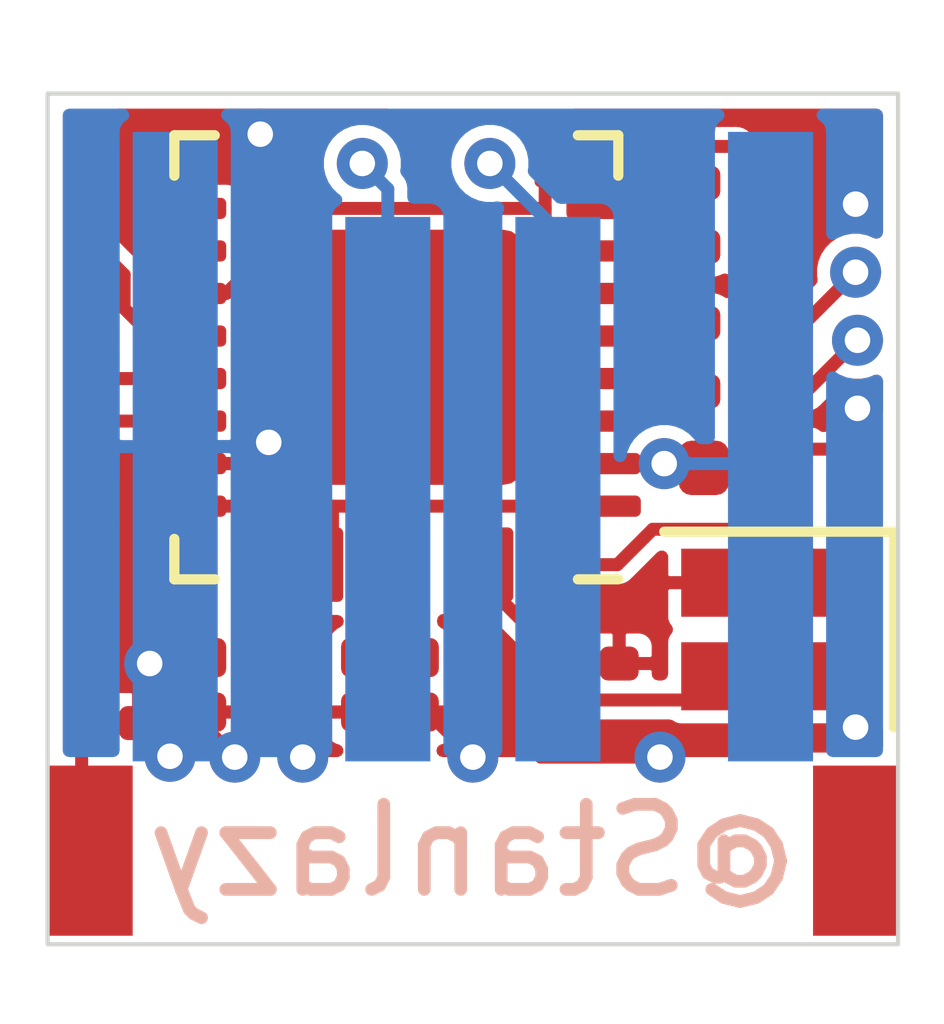
<source format=kicad_pcb>
(kicad_pcb (version 20171130) (host pcbnew "(5.1.6)-1")

  (general
    (thickness 0.8)
    (drawings 5)
    (tracks 179)
    (zones 0)
    (modules 21)
    (nets 20)
  )

  (page A4)
  (layers
    (0 F.Cu mixed)
    (1 In1.Cu signal)
    (2 In2.Cu signal)
    (31 B.Cu mixed)
    (32 B.Adhes user)
    (33 F.Adhes user)
    (34 B.Paste user)
    (35 F.Paste user)
    (36 B.SilkS user)
    (37 F.SilkS user)
    (38 B.Mask user)
    (39 F.Mask user)
    (40 Dwgs.User user hide)
    (41 Cmts.User user hide)
    (42 Eco1.User user)
    (43 Eco2.User user)
    (44 Edge.Cuts user)
    (45 Margin user)
    (46 B.CrtYd user)
    (47 F.CrtYd user)
    (48 B.Fab user)
    (49 F.Fab user)
  )

  (setup
    (last_trace_width 0.09)
    (trace_clearance 0.09)
    (zone_clearance 0.152)
    (zone_45_only no)
    (trace_min 0.0889)
    (via_size 0.45)
    (via_drill 0.2)
    (via_min_size 0.45)
    (via_min_drill 0.2)
    (uvia_size 0.45)
    (uvia_drill 0.2)
    (uvias_allowed no)
    (uvia_min_size 0.45)
    (uvia_min_drill 0.2)
    (edge_width 0.05)
    (segment_width 0.2)
    (pcb_text_width 0.3)
    (pcb_text_size 1.5 1.5)
    (mod_edge_width 0.12)
    (mod_text_size 1 1)
    (mod_text_width 0.15)
    (pad_size 1.524 1.524)
    (pad_drill 0.762)
    (pad_to_mask_clearance 0.05)
    (aux_axis_origin 0 0)
    (visible_elements 7FFFF7FF)
    (pcbplotparams
      (layerselection 0x010fc_ffffffff)
      (usegerberextensions false)
      (usegerberattributes true)
      (usegerberadvancedattributes true)
      (creategerberjobfile true)
      (excludeedgelayer true)
      (linewidth 0.100000)
      (plotframeref false)
      (viasonmask false)
      (mode 1)
      (useauxorigin false)
      (hpglpennumber 1)
      (hpglpenspeed 20)
      (hpglpendiameter 15.000000)
      (psnegative false)
      (psa4output false)
      (plotreference false)
      (plotvalue false)
      (plotinvisibletext false)
      (padsonsilk false)
      (subtractmaskfromsilk false)
      (outputformat 1)
      (mirror false)
      (drillshape 0)
      (scaleselection 1)
      (outputdirectory "gerber/"))
  )

  (net 0 "")
  (net 1 +5V)
  (net 2 GND)
  (net 3 +3V3)
  (net 4 "Net-(C5-Pad2)")
  (net 5 "Net-(AE1-Pad1)")
  (net 6 /P_D+)
  (net 7 /P_D-)
  (net 8 "Net-(L1-Pad2)")
  (net 9 "Net-(L1-Pad1)")
  (net 10 /U_D+)
  (net 11 /U_D-)
  (net 12 "Net-(C2-Pad1)")
  (net 13 "Net-(C3-Pad2)")
  (net 14 "Net-(C4-Pad2)")
  (net 15 "Net-(C7-Pad1)")
  (net 16 "Net-(C8-Pad2)")
  (net 17 "Net-(R3-Pad1)")
  (net 18 "Net-(R4-Pad1)")
  (net 19 "Net-(R5-Pad2)")

  (net_class Default "This is the default net class."
    (clearance 0.09)
    (trace_width 0.09)
    (via_dia 0.45)
    (via_drill 0.2)
    (uvia_dia 0.45)
    (uvia_drill 0.2)
    (diff_pair_width 0.09)
    (diff_pair_gap 0.09)
    (add_net +3V3)
    (add_net +5V)
    (add_net /P_D+)
    (add_net /P_D-)
    (add_net /U_D+)
    (add_net /U_D-)
    (add_net GND)
    (add_net "Net-(AE1-Pad1)")
    (add_net "Net-(C2-Pad1)")
    (add_net "Net-(C3-Pad2)")
    (add_net "Net-(C4-Pad2)")
    (add_net "Net-(C5-Pad2)")
    (add_net "Net-(C7-Pad1)")
    (add_net "Net-(C8-Pad2)")
    (add_net "Net-(L1-Pad1)")
    (add_net "Net-(L1-Pad2)")
    (add_net "Net-(R3-Pad1)")
    (add_net "Net-(R4-Pad1)")
    (add_net "Net-(R5-Pad2)")
  )

  (module Package_DFN_QFN:QFN-32-1EP_5x5mm_P0.5mm_EP3.1x3.1mm (layer F.Cu) (tedit 603CD23E) (tstamp 603D6752)
    (at 4.1 3.1 180)
    (descr "QFN, 32 Pin (http://ww1.microchip.com/downloads/en/DeviceDoc/8008S.pdf (Page 20)), generated with kicad-footprint-generator ipc_dfn_qfn_generator.py")
    (tags "QFN DFN_QFN")
    (path /603EBE32)
    (attr smd)
    (fp_text reference U1 (at 0 -3.82) (layer Cmts.User) hide
      (effects (font (size 1 1) (thickness 0.15)))
    )
    (fp_text value nRF24LU1+ (at 0 3.82) (layer Cmts.User) hide
      (effects (font (size 1 1) (thickness 0.15)))
    )
    (fp_line (start 3.12 -3.12) (end -3.12 -3.12) (layer F.CrtYd) (width 0.05))
    (fp_line (start 3.12 3.12) (end 3.12 -3.12) (layer F.CrtYd) (width 0.05))
    (fp_line (start -3.12 3.12) (end 3.12 3.12) (layer F.CrtYd) (width 0.05))
    (fp_line (start -3.12 -3.12) (end -3.12 3.12) (layer F.CrtYd) (width 0.05))
    (fp_line (start -2.5 -1.5) (end -1.5 -2.5) (layer F.Fab) (width 0.1))
    (fp_line (start -2.5 2.5) (end -2.5 -1.5) (layer F.Fab) (width 0.1))
    (fp_line (start 2.5 2.5) (end -2.5 2.5) (layer F.Fab) (width 0.1))
    (fp_line (start 2.5 -2.5) (end 2.5 2.5) (layer F.Fab) (width 0.1))
    (fp_line (start -1.5 -2.5) (end 2.5 -2.5) (layer F.Fab) (width 0.1))
    (fp_line (start -2.135 -2.61) (end -2.61 -2.61) (layer F.SilkS) (width 0.12))
    (fp_line (start 2.61 2.61) (end 2.61 2.135) (layer F.SilkS) (width 0.12))
    (fp_line (start 2.135 2.61) (end 2.61 2.61) (layer F.SilkS) (width 0.12))
    (fp_line (start -2.61 2.61) (end -2.61 2.135) (layer F.SilkS) (width 0.12))
    (fp_line (start -2.135 2.61) (end -2.61 2.61) (layer F.SilkS) (width 0.12))
    (fp_line (start 2.61 -2.61) (end 2.61 -2.135) (layer F.SilkS) (width 0.12))
    (fp_line (start 2.135 -2.61) (end 2.61 -2.61) (layer F.SilkS) (width 0.12))
    (fp_text user %R (at 0 0) (layer Cmts.User) hide
      (effects (font (size 1 1) (thickness 0.15)))
    )
    (pad 32 smd roundrect (at -1.75 -2.4375 180) (size 0.25 0.875) (layers F.Cu F.Paste F.Mask) (roundrect_rratio 0.25)
      (net 12 "Net-(C2-Pad1)"))
    (pad 31 smd roundrect (at -1.25 -2.4375 180) (size 0.25 0.875) (layers F.Cu F.Paste F.Mask) (roundrect_rratio 0.25)
      (net 13 "Net-(C3-Pad2)"))
    (pad 30 smd roundrect (at -0.75 -2.4375 180) (size 0.25 0.875) (layers F.Cu F.Paste F.Mask) (roundrect_rratio 0.25)
      (net 2 GND))
    (pad 29 smd roundrect (at -0.25 -2.4375 180) (size 0.25 0.875) (layers F.Cu F.Paste F.Mask) (roundrect_rratio 0.25)
      (net 14 "Net-(C4-Pad2)"))
    (pad 28 smd roundrect (at 0.25 -2.4375 180) (size 0.25 0.875) (layers F.Cu F.Paste F.Mask) (roundrect_rratio 0.25)
      (net 4 "Net-(C5-Pad2)"))
    (pad 27 smd roundrect (at 0.75 -2.4375 180) (size 0.25 0.875) (layers F.Cu F.Paste F.Mask) (roundrect_rratio 0.25)
      (net 3 +3V3))
    (pad 26 smd roundrect (at 1.25 -2.4375 180) (size 0.25 0.875) (layers F.Cu F.Paste F.Mask) (roundrect_rratio 0.25)
      (net 2 GND))
    (pad 25 smd roundrect (at 1.75 -2.4375 180) (size 0.25 0.875) (layers F.Cu F.Paste F.Mask) (roundrect_rratio 0.25)
      (net 19 "Net-(R5-Pad2)"))
    (pad 24 smd roundrect (at 2.4375 -1.75 180) (size 0.875 0.25) (layers F.Cu F.Paste F.Mask) (roundrect_rratio 0.25)
      (net 3 +3V3))
    (pad 23 smd roundrect (at 2.4375 -1.25 180) (size 0.875 0.25) (layers F.Cu F.Paste F.Mask) (roundrect_rratio 0.25)
      (net 2 GND))
    (pad 22 smd roundrect (at 2.4375 -0.75 180) (size 0.875 0.25) (layers F.Cu F.Paste F.Mask) (roundrect_rratio 0.25)
      (net 9 "Net-(L1-Pad1)"))
    (pad 21 smd roundrect (at 2.4375 -0.25 180) (size 0.875 0.25) (layers F.Cu F.Paste F.Mask) (roundrect_rratio 0.25)
      (net 8 "Net-(L1-Pad2)"))
    (pad 20 smd roundrect (at 2.4375 0.25 180) (size 0.875 0.25) (layers F.Cu F.Paste F.Mask) (roundrect_rratio 0.25)
      (net 15 "Net-(C7-Pad1)"))
    (pad 19 smd roundrect (at 2.4375 0.75 180) (size 0.875 0.25) (layers F.Cu F.Paste F.Mask) (roundrect_rratio 0.25)
      (net 3 +3V3))
    (pad 18 smd roundrect (at 2.4375 1.25 180) (size 0.875 0.25) (layers F.Cu F.Paste F.Mask) (roundrect_rratio 0.25)
      (net 2 GND))
    (pad 17 smd roundrect (at 2.4375 1.75 180) (size 0.875 0.25) (layers F.Cu F.Paste F.Mask) (roundrect_rratio 0.25)
      (net 2 GND))
    (pad 12 smd roundrect (at -0.25 2.4375 180) (size 0.25 0.875) (layers F.Cu F.Paste F.Mask) (roundrect_rratio 0.25)
      (net 2 GND))
    (pad 9 smd roundrect (at -1.75 2.4375 180) (size 0.25 0.875) (layers F.Cu F.Paste F.Mask) (roundrect_rratio 0.25)
      (net 3 +3V3))
    (pad 8 smd roundrect (at -2.4375 1.75 180) (size 0.875 0.25) (layers F.Cu F.Paste F.Mask) (roundrect_rratio 0.25)
      (net 18 "Net-(R4-Pad1)"))
    (pad 7 smd roundrect (at -2.4375 1.25 180) (size 0.875 0.25) (layers F.Cu F.Paste F.Mask) (roundrect_rratio 0.25)
      (net 17 "Net-(R3-Pad1)"))
    (pad 6 smd roundrect (at -2.4375 0.75 180) (size 0.875 0.25) (layers F.Cu F.Paste F.Mask) (roundrect_rratio 0.25)
      (net 2 GND))
    (pad 5 smd roundrect (at -2.4375 0.25 180) (size 0.875 0.25) (layers F.Cu F.Paste F.Mask) (roundrect_rratio 0.25)
      (net 11 /U_D-))
    (pad 4 smd roundrect (at -2.4375 -0.25 180) (size 0.875 0.25) (layers F.Cu F.Paste F.Mask) (roundrect_rratio 0.25)
      (net 10 /U_D+))
    (pad 3 smd roundrect (at -2.4375 -0.75 180) (size 0.875 0.25) (layers F.Cu F.Paste F.Mask) (roundrect_rratio 0.25)
      (net 3 +3V3))
    (pad 2 smd roundrect (at -2.4375 -1.25 180) (size 0.875 0.25) (layers F.Cu F.Paste F.Mask) (roundrect_rratio 0.25)
      (net 1 +5V))
    (pad 1 smd roundrect (at -2.4375 -1.75 180) (size 0.875 0.25) (layers F.Cu F.Paste F.Mask) (roundrect_rratio 0.25)
      (net 3 +3V3))
    (pad "" smd roundrect (at 0.5 0.53 180) (size 0.83 0.83) (layers F.Paste) (roundrect_rratio 0.25))
    (pad "" smd roundrect (at 0.5 -0.5 180) (size 0.83 0.83) (layers F.Paste) (roundrect_rratio 0.25))
    (pad "" smd roundrect (at -0.53 0.53 180) (size 0.83 0.83) (layers F.Paste) (roundrect_rratio 0.25))
    (pad "" smd roundrect (at -0.53 -0.5 180) (size 0.83 0.83) (layers F.Paste) (roundrect_rratio 0.25))
    (pad 33 smd roundrect (at 0 0 180) (size 3 3) (layers F.Cu F.Mask) (roundrect_rratio 0.081)
      (net 2 GND))
    (model ${KISYS3DMOD}/Package_DFN_QFN.3dshapes/QFN-32-1EP_5x5mm_P0.5mm_EP3.1x3.1mm.wrl
      (at (xyz 0 0 0))
      (scale (xyz 1 1 1))
      (rotate (xyz 0 0 0))
    )
  )

  (module Resistor_SMD:R_0201_0603Metric (layer F.Cu) (tedit 5B301BBD) (tstamp 603DA4BA)
    (at 2.65 6.95 90)
    (descr "Resistor SMD 0201 (0603 Metric), square (rectangular) end terminal, IPC_7351 nominal, (Body size source: https://www.vishay.com/docs/20052/crcw0201e3.pdf), generated with kicad-footprint-generator")
    (tags resistor)
    (path /603D88B6)
    (attr smd)
    (fp_text reference R5 (at 0 -1.05 90) (layer Cmts.User) hide
      (effects (font (size 1 1) (thickness 0.15)))
    )
    (fp_text value 22KR (at 0 1.05 90) (layer Cmts.User) hide
      (effects (font (size 1 1) (thickness 0.15)))
    )
    (fp_line (start 0.7 0.35) (end -0.7 0.35) (layer F.CrtYd) (width 0.05))
    (fp_line (start 0.7 -0.35) (end 0.7 0.35) (layer F.CrtYd) (width 0.05))
    (fp_line (start -0.7 -0.35) (end 0.7 -0.35) (layer F.CrtYd) (width 0.05))
    (fp_line (start -0.7 0.35) (end -0.7 -0.35) (layer F.CrtYd) (width 0.05))
    (fp_line (start 0.3 0.15) (end -0.3 0.15) (layer F.Fab) (width 0.1))
    (fp_line (start 0.3 -0.15) (end 0.3 0.15) (layer F.Fab) (width 0.1))
    (fp_line (start -0.3 -0.15) (end 0.3 -0.15) (layer F.Fab) (width 0.1))
    (fp_line (start -0.3 0.15) (end -0.3 -0.15) (layer F.Fab) (width 0.1))
    (fp_text user %R (at 0 -0.68 90) (layer Cmts.User) hide
      (effects (font (size 0.25 0.25) (thickness 0.04)))
    )
    (pad 2 smd roundrect (at 0.32 0 90) (size 0.46 0.4) (layers F.Cu F.Mask) (roundrect_rratio 0.25)
      (net 19 "Net-(R5-Pad2)"))
    (pad 1 smd roundrect (at -0.32 0 90) (size 0.46 0.4) (layers F.Cu F.Mask) (roundrect_rratio 0.25)
      (net 2 GND))
    (pad "" smd roundrect (at 0.345 0 90) (size 0.318 0.36) (layers F.Paste) (roundrect_rratio 0.25))
    (pad "" smd roundrect (at -0.345 0 90) (size 0.318 0.36) (layers F.Paste) (roundrect_rratio 0.25))
    (model ${KISYS3DMOD}/Resistor_SMD.3dshapes/R_0201_0603Metric.wrl
      (at (xyz 0 0 0))
      (scale (xyz 1 1 1))
      (rotate (xyz 0 0 0))
    )
  )

  (module Resistor_SMD:R_0201_0603Metric (layer F.Cu) (tedit 5B301BBD) (tstamp 603DA4A9)
    (at 8 1.05)
    (descr "Resistor SMD 0201 (0603 Metric), square (rectangular) end terminal, IPC_7351 nominal, (Body size source: https://www.vishay.com/docs/20052/crcw0201e3.pdf), generated with kicad-footprint-generator")
    (tags resistor)
    (path /6047E412)
    (attr smd)
    (fp_text reference R4 (at 0 -1.05) (layer Cmts.User) hide
      (effects (font (size 1 1) (thickness 0.15)))
    )
    (fp_text value 10KR (at 0 1.05) (layer Cmts.User) hide
      (effects (font (size 1 1) (thickness 0.15)))
    )
    (fp_line (start 0.7 0.35) (end -0.7 0.35) (layer F.CrtYd) (width 0.05))
    (fp_line (start 0.7 -0.35) (end 0.7 0.35) (layer F.CrtYd) (width 0.05))
    (fp_line (start -0.7 -0.35) (end 0.7 -0.35) (layer F.CrtYd) (width 0.05))
    (fp_line (start -0.7 0.35) (end -0.7 -0.35) (layer F.CrtYd) (width 0.05))
    (fp_line (start 0.3 0.15) (end -0.3 0.15) (layer F.Fab) (width 0.1))
    (fp_line (start 0.3 -0.15) (end 0.3 0.15) (layer F.Fab) (width 0.1))
    (fp_line (start -0.3 -0.15) (end 0.3 -0.15) (layer F.Fab) (width 0.1))
    (fp_line (start -0.3 0.15) (end -0.3 -0.15) (layer F.Fab) (width 0.1))
    (fp_text user %R (at 0 -0.68) (layer Cmts.User) hide
      (effects (font (size 0.25 0.25) (thickness 0.04)))
    )
    (pad 2 smd roundrect (at 0.32 0) (size 0.46 0.4) (layers F.Cu F.Mask) (roundrect_rratio 0.25)
      (net 3 +3V3))
    (pad 1 smd roundrect (at -0.32 0) (size 0.46 0.4) (layers F.Cu F.Mask) (roundrect_rratio 0.25)
      (net 18 "Net-(R4-Pad1)"))
    (pad "" smd roundrect (at 0.345 0) (size 0.318 0.36) (layers F.Paste) (roundrect_rratio 0.25))
    (pad "" smd roundrect (at -0.345 0) (size 0.318 0.36) (layers F.Paste) (roundrect_rratio 0.25))
    (model ${KISYS3DMOD}/Resistor_SMD.3dshapes/R_0201_0603Metric.wrl
      (at (xyz 0 0 0))
      (scale (xyz 1 1 1))
      (rotate (xyz 0 0 0))
    )
  )

  (module Resistor_SMD:R_0201_0603Metric (layer F.Cu) (tedit 5B301BBD) (tstamp 603DA498)
    (at 8 1.8)
    (descr "Resistor SMD 0201 (0603 Metric), square (rectangular) end terminal, IPC_7351 nominal, (Body size source: https://www.vishay.com/docs/20052/crcw0201e3.pdf), generated with kicad-footprint-generator")
    (tags resistor)
    (path /6047E147)
    (attr smd)
    (fp_text reference R3 (at 0 -1.05) (layer Cmts.User) hide
      (effects (font (size 1 1) (thickness 0.15)))
    )
    (fp_text value 10KR (at 0 1.05) (layer Cmts.User) hide
      (effects (font (size 1 1) (thickness 0.15)))
    )
    (fp_line (start 0.7 0.35) (end -0.7 0.35) (layer F.CrtYd) (width 0.05))
    (fp_line (start 0.7 -0.35) (end 0.7 0.35) (layer F.CrtYd) (width 0.05))
    (fp_line (start -0.7 -0.35) (end 0.7 -0.35) (layer F.CrtYd) (width 0.05))
    (fp_line (start -0.7 0.35) (end -0.7 -0.35) (layer F.CrtYd) (width 0.05))
    (fp_line (start 0.3 0.15) (end -0.3 0.15) (layer F.Fab) (width 0.1))
    (fp_line (start 0.3 -0.15) (end 0.3 0.15) (layer F.Fab) (width 0.1))
    (fp_line (start -0.3 -0.15) (end 0.3 -0.15) (layer F.Fab) (width 0.1))
    (fp_line (start -0.3 0.15) (end -0.3 -0.15) (layer F.Fab) (width 0.1))
    (fp_text user %R (at 0 -0.68) (layer Cmts.User) hide
      (effects (font (size 0.25 0.25) (thickness 0.04)))
    )
    (pad 2 smd roundrect (at 0.32 0) (size 0.46 0.4) (layers F.Cu F.Mask) (roundrect_rratio 0.25)
      (net 2 GND))
    (pad 1 smd roundrect (at -0.32 0) (size 0.46 0.4) (layers F.Cu F.Mask) (roundrect_rratio 0.25)
      (net 17 "Net-(R3-Pad1)"))
    (pad "" smd roundrect (at 0.345 0) (size 0.318 0.36) (layers F.Paste) (roundrect_rratio 0.25))
    (pad "" smd roundrect (at -0.345 0) (size 0.318 0.36) (layers F.Paste) (roundrect_rratio 0.25))
    (model ${KISYS3DMOD}/Resistor_SMD.3dshapes/R_0201_0603Metric.wrl
      (at (xyz 0 0 0))
      (scale (xyz 1 1 1))
      (rotate (xyz 0 0 0))
    )
  )

  (module Resistor_SMD:R_0201_0603Metric (layer F.Cu) (tedit 5B301BBD) (tstamp 603DA487)
    (at 8 2.7)
    (descr "Resistor SMD 0201 (0603 Metric), square (rectangular) end terminal, IPC_7351 nominal, (Body size source: https://www.vishay.com/docs/20052/crcw0201e3.pdf), generated with kicad-footprint-generator")
    (tags resistor)
    (path /6047DEE0)
    (attr smd)
    (fp_text reference R2 (at 0 -1.05) (layer Cmts.User) hide
      (effects (font (size 1 1) (thickness 0.15)))
    )
    (fp_text value 22R (at 0 1.05) (layer Cmts.User) hide
      (effects (font (size 1 1) (thickness 0.15)))
    )
    (fp_line (start 0.7 0.35) (end -0.7 0.35) (layer F.CrtYd) (width 0.05))
    (fp_line (start 0.7 -0.35) (end 0.7 0.35) (layer F.CrtYd) (width 0.05))
    (fp_line (start -0.7 -0.35) (end 0.7 -0.35) (layer F.CrtYd) (width 0.05))
    (fp_line (start -0.7 0.35) (end -0.7 -0.35) (layer F.CrtYd) (width 0.05))
    (fp_line (start 0.3 0.15) (end -0.3 0.15) (layer F.Fab) (width 0.1))
    (fp_line (start 0.3 -0.15) (end 0.3 0.15) (layer F.Fab) (width 0.1))
    (fp_line (start -0.3 -0.15) (end 0.3 -0.15) (layer F.Fab) (width 0.1))
    (fp_line (start -0.3 0.15) (end -0.3 -0.15) (layer F.Fab) (width 0.1))
    (fp_text user %R (at 0 -0.68) (layer Cmts.User) hide
      (effects (font (size 0.25 0.25) (thickness 0.04)))
    )
    (pad 2 smd roundrect (at 0.32 0) (size 0.46 0.4) (layers F.Cu F.Mask) (roundrect_rratio 0.25)
      (net 7 /P_D-))
    (pad 1 smd roundrect (at -0.32 0) (size 0.46 0.4) (layers F.Cu F.Mask) (roundrect_rratio 0.25)
      (net 11 /U_D-))
    (pad "" smd roundrect (at 0.345 0) (size 0.318 0.36) (layers F.Paste) (roundrect_rratio 0.25))
    (pad "" smd roundrect (at -0.345 0) (size 0.318 0.36) (layers F.Paste) (roundrect_rratio 0.25))
    (model ${KISYS3DMOD}/Resistor_SMD.3dshapes/R_0201_0603Metric.wrl
      (at (xyz 0 0 0))
      (scale (xyz 1 1 1))
      (rotate (xyz 0 0 0))
    )
  )

  (module RF_Antenna:Rainsun-AN9520 (layer F.Cu) (tedit 603CCA09) (tstamp 603D6707)
    (at 5 8.9)
    (path /60406554)
    (fp_text reference AE1 (at -4.75 0.5) (layer Cmts.User) hide
      (effects (font (size 1 1) (thickness 0.15)))
    )
    (fp_text value Antenna (at 0 -0.5) (layer Cmts.User) hide
      (effects (font (size 1 1) (thickness 0.15)))
    )
    (fp_line (start 4.75 -1) (end -4.75 -1) (layer F.Fab) (width 0.12))
    (fp_line (start 4.75 1) (end 4.75 -1) (layer F.Fab) (width 0.12))
    (fp_line (start -4.75 1) (end 4.75 1) (layer F.Fab) (width 0.12))
    (fp_line (start -4.75 -1) (end -4.75 1) (layer F.Fab) (width 0.12))
    (pad 2 smd rect (at 4.5 0) (size 1 2) (layers F.Cu F.Paste F.Mask))
    (pad 1 smd rect (at -4.5 0) (size 1 2) (layers F.Cu F.Paste F.Mask)
      (net 5 "Net-(AE1-Pad1)"))
  )

  (module Crystal:Crystal_SMD_2016-4Pin_2.0x1.6mm (layer F.Cu) (tedit 5A0FD1B2) (tstamp 603D6AB4)
    (at 8.6 6.3 180)
    (descr "SMD Crystal SERIES SMD2016/4 http://www.q-crystal.com/upload/5/2015552223166229.pdf, 2.0x1.6mm^2 package")
    (tags "SMD SMT crystal")
    (path /603EDC61)
    (attr smd)
    (fp_text reference Y1 (at 0 -2) (layer Cmts.User) hide
      (effects (font (size 1 1) (thickness 0.15)))
    )
    (fp_text value 16M (at 0 2) (layer Cmts.User) hide
      (effects (font (size 1 1) (thickness 0.15)))
    )
    (fp_line (start 1.4 -1.3) (end -1.4 -1.3) (layer F.CrtYd) (width 0.05))
    (fp_line (start 1.4 1.3) (end 1.4 -1.3) (layer F.CrtYd) (width 0.05))
    (fp_line (start -1.4 1.3) (end 1.4 1.3) (layer F.CrtYd) (width 0.05))
    (fp_line (start -1.4 -1.3) (end -1.4 1.3) (layer F.CrtYd) (width 0.05))
    (fp_line (start -1.35 1.15) (end 1.35 1.15) (layer F.SilkS) (width 0.12))
    (fp_line (start -1.35 -1.15) (end -1.35 1.15) (layer F.SilkS) (width 0.12))
    (fp_line (start -1 0.3) (end -0.5 0.8) (layer F.Fab) (width 0.1))
    (fp_line (start -1 -0.7) (end -0.9 -0.8) (layer F.Fab) (width 0.1))
    (fp_line (start -1 0.7) (end -1 -0.7) (layer F.Fab) (width 0.1))
    (fp_line (start -0.9 0.8) (end -1 0.7) (layer F.Fab) (width 0.1))
    (fp_line (start 0.9 0.8) (end -0.9 0.8) (layer F.Fab) (width 0.1))
    (fp_line (start 1 0.7) (end 0.9 0.8) (layer F.Fab) (width 0.1))
    (fp_line (start 1 -0.7) (end 1 0.7) (layer F.Fab) (width 0.1))
    (fp_line (start 0.9 -0.8) (end 1 -0.7) (layer F.Fab) (width 0.1))
    (fp_line (start -0.9 -0.8) (end 0.9 -0.8) (layer F.Fab) (width 0.1))
    (fp_text user %R (at 0 0) (layer Cmts.User) hide
      (effects (font (size 0.5 0.5) (thickness 0.075)))
    )
    (pad 4 smd rect (at -0.7 -0.55 180) (size 0.9 0.8) (layers F.Cu F.Paste F.Mask)
      (net 2 GND))
    (pad 3 smd rect (at 0.7 -0.55 180) (size 0.9 0.8) (layers F.Cu F.Paste F.Mask)
      (net 13 "Net-(C3-Pad2)"))
    (pad 2 smd rect (at 0.7 0.55 180) (size 0.9 0.8) (layers F.Cu F.Paste F.Mask)
      (net 2 GND))
    (pad 1 smd rect (at -0.7 0.55 180) (size 0.9 0.8) (layers F.Cu F.Paste F.Mask)
      (net 12 "Net-(C2-Pad1)"))
    (model ${KISYS3DMOD}/Crystal.3dshapes/Crystal_SMD_2016-4Pin_2.0x1.6mm.wrl
      (at (xyz 0 0 0))
      (scale (xyz 1 1 1))
      (rotate (xyz 0 0 0))
    )
  )

  (module Resistor_SMD:R_0201_0603Metric (layer F.Cu) (tedit 5B301BBD) (tstamp 603D68C4)
    (at 8 3.5)
    (descr "Resistor SMD 0201 (0603 Metric), square (rectangular) end terminal, IPC_7351 nominal, (Body size source: https://www.vishay.com/docs/20052/crcw0201e3.pdf), generated with kicad-footprint-generator")
    (tags resistor)
    (path /6047CFE8)
    (attr smd)
    (fp_text reference R1 (at 0 -1.05) (layer Cmts.User) hide
      (effects (font (size 1 1) (thickness 0.15)))
    )
    (fp_text value 22R (at 0 1.05) (layer Cmts.User) hide
      (effects (font (size 1 1) (thickness 0.15)))
    )
    (fp_line (start 0.7 0.35) (end -0.7 0.35) (layer F.CrtYd) (width 0.05))
    (fp_line (start 0.7 -0.35) (end 0.7 0.35) (layer F.CrtYd) (width 0.05))
    (fp_line (start -0.7 -0.35) (end 0.7 -0.35) (layer F.CrtYd) (width 0.05))
    (fp_line (start -0.7 0.35) (end -0.7 -0.35) (layer F.CrtYd) (width 0.05))
    (fp_line (start 0.3 0.15) (end -0.3 0.15) (layer F.Fab) (width 0.1))
    (fp_line (start 0.3 -0.15) (end 0.3 0.15) (layer F.Fab) (width 0.1))
    (fp_line (start -0.3 -0.15) (end 0.3 -0.15) (layer F.Fab) (width 0.1))
    (fp_line (start -0.3 0.15) (end -0.3 -0.15) (layer F.Fab) (width 0.1))
    (fp_text user %R (at 0 -0.68) (layer Cmts.User) hide
      (effects (font (size 0.25 0.25) (thickness 0.04)))
    )
    (pad 2 smd roundrect (at 0.32 0) (size 0.46 0.4) (layers F.Cu F.Mask) (roundrect_rratio 0.25)
      (net 6 /P_D+))
    (pad 1 smd roundrect (at -0.32 0) (size 0.46 0.4) (layers F.Cu F.Mask) (roundrect_rratio 0.25)
      (net 10 /U_D+))
    (pad "" smd roundrect (at 0.345 0) (size 0.318 0.36) (layers F.Paste) (roundrect_rratio 0.25))
    (pad "" smd roundrect (at -0.345 0) (size 0.318 0.36) (layers F.Paste) (roundrect_rratio 0.25))
    (model ${KISYS3DMOD}/Resistor_SMD.3dshapes/R_0201_0603Metric.wrl
      (at (xyz 0 0 0))
      (scale (xyz 1 1 1))
      (rotate (xyz 0 0 0))
    )
  )

  (module Inductor_SMD:L_0201_0603Metric (layer F.Cu) (tedit 5B301BBE) (tstamp 603D68F4)
    (at 0.4 2.15 90)
    (descr "Inductor SMD 0201 (0603 Metric), square (rectangular) end terminal, IPC_7351 nominal, (Body size source: https://www.vishay.com/docs/20052/crcw0201e3.pdf), generated with kicad-footprint-generator")
    (tags inductor)
    (path /604022F1)
    (attr smd)
    (fp_text reference L3 (at 0 -1.05 90) (layer Cmts.User) hide
      (effects (font (size 1 1) (thickness 0.15)))
    )
    (fp_text value 6.8nH (at 0 1.05 90) (layer Cmts.User) hide
      (effects (font (size 1 1) (thickness 0.15)))
    )
    (fp_line (start 0.7 0.35) (end -0.7 0.35) (layer F.CrtYd) (width 0.05))
    (fp_line (start 0.7 -0.35) (end 0.7 0.35) (layer F.CrtYd) (width 0.05))
    (fp_line (start -0.7 -0.35) (end 0.7 -0.35) (layer F.CrtYd) (width 0.05))
    (fp_line (start -0.7 0.35) (end -0.7 -0.35) (layer F.CrtYd) (width 0.05))
    (fp_line (start 0.3 0.15) (end -0.3 0.15) (layer F.Fab) (width 0.1))
    (fp_line (start 0.3 -0.15) (end 0.3 0.15) (layer F.Fab) (width 0.1))
    (fp_line (start -0.3 -0.15) (end 0.3 -0.15) (layer F.Fab) (width 0.1))
    (fp_line (start -0.3 0.15) (end -0.3 -0.15) (layer F.Fab) (width 0.1))
    (fp_text user %R (at 0 -0.68 90) (layer Cmts.User) hide
      (effects (font (size 0.25 0.25) (thickness 0.04)))
    )
    (pad 2 smd roundrect (at 0.32 0 90) (size 0.46 0.4) (layers F.Cu F.Mask) (roundrect_rratio 0.25)
      (net 15 "Net-(C7-Pad1)"))
    (pad 1 smd roundrect (at -0.32 0 90) (size 0.46 0.4) (layers F.Cu F.Mask) (roundrect_rratio 0.25)
      (net 8 "Net-(L1-Pad2)"))
    (pad "" smd roundrect (at 0.345 0 90) (size 0.318 0.36) (layers F.Paste) (roundrect_rratio 0.25))
    (pad "" smd roundrect (at -0.345 0 90) (size 0.318 0.36) (layers F.Paste) (roundrect_rratio 0.25))
    (model ${KISYS3DMOD}/Inductor_SMD.3dshapes/L_0201_0603Metric.wrl
      (at (xyz 0 0 0))
      (scale (xyz 1 1 1))
      (rotate (xyz 0 0 0))
    )
  )

  (module Inductor_SMD:L_0201_0603Metric (layer F.Cu) (tedit 5B301BBE) (tstamp 603D680A)
    (at 0.4 4.95 270)
    (descr "Inductor SMD 0201 (0603 Metric), square (rectangular) end terminal, IPC_7351 nominal, (Body size source: https://www.vishay.com/docs/20052/crcw0201e3.pdf), generated with kicad-footprint-generator")
    (tags inductor)
    (path /6040192F)
    (attr smd)
    (fp_text reference L2 (at 0 -1.05 90) (layer Cmts.User) hide
      (effects (font (size 1 1) (thickness 0.15)))
    )
    (fp_text value 4.7nH (at 0 1.05 90) (layer Cmts.User) hide
      (effects (font (size 1 1) (thickness 0.15)))
    )
    (fp_line (start 0.7 0.35) (end -0.7 0.35) (layer F.CrtYd) (width 0.05))
    (fp_line (start 0.7 -0.35) (end 0.7 0.35) (layer F.CrtYd) (width 0.05))
    (fp_line (start -0.7 -0.35) (end 0.7 -0.35) (layer F.CrtYd) (width 0.05))
    (fp_line (start -0.7 0.35) (end -0.7 -0.35) (layer F.CrtYd) (width 0.05))
    (fp_line (start 0.3 0.15) (end -0.3 0.15) (layer F.Fab) (width 0.1))
    (fp_line (start 0.3 -0.15) (end 0.3 0.15) (layer F.Fab) (width 0.1))
    (fp_line (start -0.3 -0.15) (end 0.3 -0.15) (layer F.Fab) (width 0.1))
    (fp_line (start -0.3 0.15) (end -0.3 -0.15) (layer F.Fab) (width 0.1))
    (fp_text user %R (at 0 -0.68 90) (layer Cmts.User) hide
      (effects (font (size 0.25 0.25) (thickness 0.04)))
    )
    (pad 2 smd roundrect (at 0.32 0 270) (size 0.46 0.4) (layers F.Cu F.Mask) (roundrect_rratio 0.25)
      (net 16 "Net-(C8-Pad2)"))
    (pad 1 smd roundrect (at -0.32 0 270) (size 0.46 0.4) (layers F.Cu F.Mask) (roundrect_rratio 0.25)
      (net 9 "Net-(L1-Pad1)"))
    (pad "" smd roundrect (at 0.345 0 270) (size 0.318 0.36) (layers F.Paste) (roundrect_rratio 0.25))
    (pad "" smd roundrect (at -0.345 0 270) (size 0.318 0.36) (layers F.Paste) (roundrect_rratio 0.25))
    (model ${KISYS3DMOD}/Inductor_SMD.3dshapes/L_0201_0603Metric.wrl
      (at (xyz 0 0 0))
      (scale (xyz 1 1 1))
      (rotate (xyz 0 0 0))
    )
  )

  (module Inductor_SMD:L_0201_0603Metric (layer F.Cu) (tedit 5B301BBE) (tstamp 603D683A)
    (at 0.4 3.55 90)
    (descr "Inductor SMD 0201 (0603 Metric), square (rectangular) end terminal, IPC_7351 nominal, (Body size source: https://www.vishay.com/docs/20052/crcw0201e3.pdf), generated with kicad-footprint-generator")
    (tags inductor)
    (path /604001BF)
    (attr smd)
    (fp_text reference L1 (at 0 -1.05 90) (layer Cmts.User) hide
      (effects (font (size 1 1) (thickness 0.15)))
    )
    (fp_text value 6.8nH (at 0 1.05 90) (layer Cmts.User) hide
      (effects (font (size 1 1) (thickness 0.15)))
    )
    (fp_line (start 0.7 0.35) (end -0.7 0.35) (layer F.CrtYd) (width 0.05))
    (fp_line (start 0.7 -0.35) (end 0.7 0.35) (layer F.CrtYd) (width 0.05))
    (fp_line (start -0.7 -0.35) (end 0.7 -0.35) (layer F.CrtYd) (width 0.05))
    (fp_line (start -0.7 0.35) (end -0.7 -0.35) (layer F.CrtYd) (width 0.05))
    (fp_line (start 0.3 0.15) (end -0.3 0.15) (layer F.Fab) (width 0.1))
    (fp_line (start 0.3 -0.15) (end 0.3 0.15) (layer F.Fab) (width 0.1))
    (fp_line (start -0.3 -0.15) (end 0.3 -0.15) (layer F.Fab) (width 0.1))
    (fp_line (start -0.3 0.15) (end -0.3 -0.15) (layer F.Fab) (width 0.1))
    (fp_text user %R (at 0 -0.68 90) (layer Cmts.User) hide
      (effects (font (size 0.25 0.25) (thickness 0.04)))
    )
    (pad 2 smd roundrect (at 0.32 0 90) (size 0.46 0.4) (layers F.Cu F.Mask) (roundrect_rratio 0.25)
      (net 8 "Net-(L1-Pad2)"))
    (pad 1 smd roundrect (at -0.32 0 90) (size 0.46 0.4) (layers F.Cu F.Mask) (roundrect_rratio 0.25)
      (net 9 "Net-(L1-Pad1)"))
    (pad "" smd roundrect (at 0.345 0 90) (size 0.318 0.36) (layers F.Paste) (roundrect_rratio 0.25))
    (pad "" smd roundrect (at -0.345 0 90) (size 0.318 0.36) (layers F.Paste) (roundrect_rratio 0.25))
    (model ${KISYS3DMOD}/Inductor_SMD.3dshapes/L_0201_0603Metric.wrl
      (at (xyz 0 0 0))
      (scale (xyz 1 1 1))
      (rotate (xyz 0 0 0))
    )
  )

  (module Connector_USB:USB_A_Onboard (layer B.Cu) (tedit 603C9BB0) (tstamp 603D6A1B)
    (at 5 -0.85 180)
    (path /6042807C)
    (fp_text reference J1 (at 0 3.5) (layer Cmts.User) hide
      (effects (font (size 1 1) (thickness 0.15)) (justify mirror))
    )
    (fp_text value USB_A (at 0 4.5) (layer Cmts.User) hide
      (effects (font (size 1 1) (thickness 0.15)) (justify mirror))
    )
    (fp_line (start 5.5 -11.75) (end 5.5 0) (layer Dwgs.User) (width 0.12))
    (fp_line (start -5.5 -11.75) (end 5.5 -11.75) (layer Dwgs.User) (width 0.12))
    (fp_line (start -5.5 0) (end -5.5 -11.75) (layer Dwgs.User) (width 0.12))
    (fp_line (start -5.5 -8.65) (end 5.5 -8.65) (layer Dwgs.User) (width 0.12))
    (fp_line (start 4.85 -1.25) (end 4.85 -8.65) (layer Dwgs.User) (width 0.12))
    (fp_line (start -4.85 -1.25) (end -4.85 -8.65) (layer Dwgs.User) (width 0.12))
    (fp_line (start 5.5 -8.65) (end 5.5 0) (layer Dwgs.User) (width 0.12))
    (fp_line (start -5.5 0) (end -5.5 -8.65) (layer Dwgs.User) (width 0.12))
    (fp_line (start -5.5 0) (end 5.5 0) (layer Dwgs.User) (width 0.12))
    (fp_line (start -4.85 -1.25) (end 4.85 -1.25) (layer Dwgs.User) (width 0.12))
    (pad 3 smd rect (at 1 -5.5 180) (size 1 6.4) (layers B.Cu B.Mask)
      (net 6 /P_D+))
    (pad 2 smd rect (at -1 -5.5 180) (size 1 6.4) (layers B.Cu B.Mask)
      (net 7 /P_D-))
    (pad 4 smd rect (at 3.5 -5 180) (size 1 7.4) (layers B.Cu B.Mask)
      (net 2 GND))
    (pad 1 smd rect (at -3.5 -5 180) (size 1 7.4) (layers B.Cu B.Mask)
      (net 1 +5V))
  )

  (module Capacitor_SMD:C_0201_0603Metric (layer F.Cu) (tedit 5B301BBE) (tstamp 603D6924)
    (at 0.75 7.4)
    (descr "Capacitor SMD 0201 (0603 Metric), square (rectangular) end terminal, IPC_7351 nominal, (Body size source: https://www.vishay.com/docs/20052/crcw0201e3.pdf), generated with kicad-footprint-generator")
    (tags capacitor)
    (path /60405349)
    (attr smd)
    (fp_text reference C9 (at 0 -1.05) (layer Cmts.User) hide
      (effects (font (size 1 1) (thickness 0.15)))
    )
    (fp_text value 1pF (at 0 1.05) (layer Cmts.User) hide
      (effects (font (size 1 1) (thickness 0.15)))
    )
    (fp_line (start 0.7 0.35) (end -0.7 0.35) (layer F.CrtYd) (width 0.05))
    (fp_line (start 0.7 -0.35) (end 0.7 0.35) (layer F.CrtYd) (width 0.05))
    (fp_line (start -0.7 -0.35) (end 0.7 -0.35) (layer F.CrtYd) (width 0.05))
    (fp_line (start -0.7 0.35) (end -0.7 -0.35) (layer F.CrtYd) (width 0.05))
    (fp_line (start 0.3 0.15) (end -0.3 0.15) (layer F.Fab) (width 0.1))
    (fp_line (start 0.3 -0.15) (end 0.3 0.15) (layer F.Fab) (width 0.1))
    (fp_line (start -0.3 -0.15) (end 0.3 -0.15) (layer F.Fab) (width 0.1))
    (fp_line (start -0.3 0.15) (end -0.3 -0.15) (layer F.Fab) (width 0.1))
    (fp_text user %R (at 0 -0.68) (layer Cmts.User) hide
      (effects (font (size 0.25 0.25) (thickness 0.04)))
    )
    (pad 2 smd roundrect (at 0.32 0) (size 0.46 0.4) (layers F.Cu F.Mask) (roundrect_rratio 0.25)
      (net 2 GND))
    (pad 1 smd roundrect (at -0.32 0) (size 0.46 0.4) (layers F.Cu F.Mask) (roundrect_rratio 0.25)
      (net 5 "Net-(AE1-Pad1)"))
    (pad "" smd roundrect (at 0.345 0) (size 0.318 0.36) (layers F.Paste) (roundrect_rratio 0.25))
    (pad "" smd roundrect (at -0.345 0) (size 0.318 0.36) (layers F.Paste) (roundrect_rratio 0.25))
    (model ${KISYS3DMOD}/Capacitor_SMD.3dshapes/C_0201_0603Metric.wrl
      (at (xyz 0 0 0))
      (scale (xyz 1 1 1))
      (rotate (xyz 0 0 0))
    )
  )

  (module Capacitor_SMD:C_0201_0603Metric (layer F.Cu) (tedit 5B301BBE) (tstamp 603D6894)
    (at 0.4 6.35 90)
    (descr "Capacitor SMD 0201 (0603 Metric), square (rectangular) end terminal, IPC_7351 nominal, (Body size source: https://www.vishay.com/docs/20052/crcw0201e3.pdf), generated with kicad-footprint-generator")
    (tags capacitor)
    (path /60404734)
    (attr smd)
    (fp_text reference C8 (at 0 -1.05 90) (layer Cmts.User) hide
      (effects (font (size 1 1) (thickness 0.15)))
    )
    (fp_text value 1.2pF (at 0 1.05 90) (layer Cmts.User) hide
      (effects (font (size 1 1) (thickness 0.15)))
    )
    (fp_line (start 0.7 0.35) (end -0.7 0.35) (layer F.CrtYd) (width 0.05))
    (fp_line (start 0.7 -0.35) (end 0.7 0.35) (layer F.CrtYd) (width 0.05))
    (fp_line (start -0.7 -0.35) (end 0.7 -0.35) (layer F.CrtYd) (width 0.05))
    (fp_line (start -0.7 0.35) (end -0.7 -0.35) (layer F.CrtYd) (width 0.05))
    (fp_line (start 0.3 0.15) (end -0.3 0.15) (layer F.Fab) (width 0.1))
    (fp_line (start 0.3 -0.15) (end 0.3 0.15) (layer F.Fab) (width 0.1))
    (fp_line (start -0.3 -0.15) (end 0.3 -0.15) (layer F.Fab) (width 0.1))
    (fp_line (start -0.3 0.15) (end -0.3 -0.15) (layer F.Fab) (width 0.1))
    (fp_text user %R (at 0 -0.68 90) (layer Cmts.User) hide
      (effects (font (size 0.25 0.25) (thickness 0.04)))
    )
    (pad 2 smd roundrect (at 0.32 0 90) (size 0.46 0.4) (layers F.Cu F.Mask) (roundrect_rratio 0.25)
      (net 16 "Net-(C8-Pad2)"))
    (pad 1 smd roundrect (at -0.32 0 90) (size 0.46 0.4) (layers F.Cu F.Mask) (roundrect_rratio 0.25)
      (net 5 "Net-(AE1-Pad1)"))
    (pad "" smd roundrect (at 0.345 0 90) (size 0.318 0.36) (layers F.Paste) (roundrect_rratio 0.25))
    (pad "" smd roundrect (at -0.345 0 90) (size 0.318 0.36) (layers F.Paste) (roundrect_rratio 0.25))
    (model ${KISYS3DMOD}/Capacitor_SMD.3dshapes/C_0201_0603Metric.wrl
      (at (xyz 0 0 0))
      (scale (xyz 1 1 1))
      (rotate (xyz 0 0 0))
    )
  )

  (module Capacitor_SMD:C_0201_0603Metric (layer F.Cu) (tedit 5B301BBE) (tstamp 603D69EA)
    (at 0.4 0.75 90)
    (descr "Capacitor SMD 0201 (0603 Metric), square (rectangular) end terminal, IPC_7351 nominal, (Body size source: https://www.vishay.com/docs/20052/crcw0201e3.pdf), generated with kicad-footprint-generator")
    (tags capacitor)
    (path /6040745C)
    (attr smd)
    (fp_text reference C7 (at 0 -1.05 90) (layer Cmts.User) hide
      (effects (font (size 1 1) (thickness 0.15)))
    )
    (fp_text value 2.2nF (at 0 1.05 90) (layer Cmts.User) hide
      (effects (font (size 1 1) (thickness 0.15)))
    )
    (fp_line (start 0.7 0.35) (end -0.7 0.35) (layer F.CrtYd) (width 0.05))
    (fp_line (start 0.7 -0.35) (end 0.7 0.35) (layer F.CrtYd) (width 0.05))
    (fp_line (start -0.7 -0.35) (end 0.7 -0.35) (layer F.CrtYd) (width 0.05))
    (fp_line (start -0.7 0.35) (end -0.7 -0.35) (layer F.CrtYd) (width 0.05))
    (fp_line (start 0.3 0.15) (end -0.3 0.15) (layer F.Fab) (width 0.1))
    (fp_line (start 0.3 -0.15) (end 0.3 0.15) (layer F.Fab) (width 0.1))
    (fp_line (start -0.3 -0.15) (end 0.3 -0.15) (layer F.Fab) (width 0.1))
    (fp_line (start -0.3 0.15) (end -0.3 -0.15) (layer F.Fab) (width 0.1))
    (fp_text user %R (at 0 -0.68 90) (layer Cmts.User) hide
      (effects (font (size 0.25 0.25) (thickness 0.04)))
    )
    (pad 2 smd roundrect (at 0.32 0 90) (size 0.46 0.4) (layers F.Cu F.Mask) (roundrect_rratio 0.25)
      (net 2 GND))
    (pad 1 smd roundrect (at -0.32 0 90) (size 0.46 0.4) (layers F.Cu F.Mask) (roundrect_rratio 0.25)
      (net 15 "Net-(C7-Pad1)"))
    (pad "" smd roundrect (at 0.345 0 90) (size 0.318 0.36) (layers F.Paste) (roundrect_rratio 0.25))
    (pad "" smd roundrect (at -0.345 0 90) (size 0.318 0.36) (layers F.Paste) (roundrect_rratio 0.25))
    (model ${KISYS3DMOD}/Capacitor_SMD.3dshapes/C_0201_0603Metric.wrl
      (at (xyz 0 0 0))
      (scale (xyz 1 1 1))
      (rotate (xyz 0 0 0))
    )
  )

  (module Capacitor_SMD:C_0201_0603Metric (layer F.Cu) (tedit 5B301BBE) (tstamp 603D6A4D)
    (at 1.9 6.95 90)
    (descr "Capacitor SMD 0201 (0603 Metric), square (rectangular) end terminal, IPC_7351 nominal, (Body size source: https://www.vishay.com/docs/20052/crcw0201e3.pdf), generated with kicad-footprint-generator")
    (tags capacitor)
    (path /60426E93)
    (attr smd)
    (fp_text reference C6 (at 0 -1.05 90) (layer Cmts.User) hide
      (effects (font (size 1 1) (thickness 0.15)))
    )
    (fp_text value 1uF (at 0 1.05 90) (layer Cmts.User) hide
      (effects (font (size 1 1) (thickness 0.15)))
    )
    (fp_line (start 0.7 0.35) (end -0.7 0.35) (layer F.CrtYd) (width 0.05))
    (fp_line (start 0.7 -0.35) (end 0.7 0.35) (layer F.CrtYd) (width 0.05))
    (fp_line (start -0.7 -0.35) (end 0.7 -0.35) (layer F.CrtYd) (width 0.05))
    (fp_line (start -0.7 0.35) (end -0.7 -0.35) (layer F.CrtYd) (width 0.05))
    (fp_line (start 0.3 0.15) (end -0.3 0.15) (layer F.Fab) (width 0.1))
    (fp_line (start 0.3 -0.15) (end 0.3 0.15) (layer F.Fab) (width 0.1))
    (fp_line (start -0.3 -0.15) (end 0.3 -0.15) (layer F.Fab) (width 0.1))
    (fp_line (start -0.3 0.15) (end -0.3 -0.15) (layer F.Fab) (width 0.1))
    (fp_text user %R (at 0 -0.68 90) (layer Cmts.User) hide
      (effects (font (size 0.25 0.25) (thickness 0.04)))
    )
    (pad 2 smd roundrect (at 0.32 0 90) (size 0.46 0.4) (layers F.Cu F.Mask) (roundrect_rratio 0.25)
      (net 3 +3V3))
    (pad 1 smd roundrect (at -0.32 0 90) (size 0.46 0.4) (layers F.Cu F.Mask) (roundrect_rratio 0.25)
      (net 2 GND))
    (pad "" smd roundrect (at 0.345 0 90) (size 0.318 0.36) (layers F.Paste) (roundrect_rratio 0.25))
    (pad "" smd roundrect (at -0.345 0 90) (size 0.318 0.36) (layers F.Paste) (roundrect_rratio 0.25))
    (model ${KISYS3DMOD}/Capacitor_SMD.3dshapes/C_0201_0603Metric.wrl
      (at (xyz 0 0 0))
      (scale (xyz 1 1 1))
      (rotate (xyz 0 0 0))
    )
  )

  (module Capacitor_SMD:C_0201_0603Metric (layer F.Cu) (tedit 5B301BBE) (tstamp 603D6A7D)
    (at 3.65 6.95 90)
    (descr "Capacitor SMD 0201 (0603 Metric), square (rectangular) end terminal, IPC_7351 nominal, (Body size source: https://www.vishay.com/docs/20052/crcw0201e3.pdf), generated with kicad-footprint-generator")
    (tags capacitor)
    (path /603E9331)
    (attr smd)
    (fp_text reference C5 (at 0 -1.05 90) (layer Cmts.User) hide
      (effects (font (size 1 1) (thickness 0.15)))
    )
    (fp_text value 33nF (at 0 1.05 90) (layer Cmts.User) hide
      (effects (font (size 1 1) (thickness 0.15)))
    )
    (fp_line (start 0.7 0.35) (end -0.7 0.35) (layer F.CrtYd) (width 0.05))
    (fp_line (start 0.7 -0.35) (end 0.7 0.35) (layer F.CrtYd) (width 0.05))
    (fp_line (start -0.7 -0.35) (end 0.7 -0.35) (layer F.CrtYd) (width 0.05))
    (fp_line (start -0.7 0.35) (end -0.7 -0.35) (layer F.CrtYd) (width 0.05))
    (fp_line (start 0.3 0.15) (end -0.3 0.15) (layer F.Fab) (width 0.1))
    (fp_line (start 0.3 -0.15) (end 0.3 0.15) (layer F.Fab) (width 0.1))
    (fp_line (start -0.3 -0.15) (end 0.3 -0.15) (layer F.Fab) (width 0.1))
    (fp_line (start -0.3 0.15) (end -0.3 -0.15) (layer F.Fab) (width 0.1))
    (fp_text user %R (at 0 -0.68 90) (layer Cmts.User) hide
      (effects (font (size 0.25 0.25) (thickness 0.04)))
    )
    (pad 2 smd roundrect (at 0.32 0 90) (size 0.46 0.4) (layers F.Cu F.Mask) (roundrect_rratio 0.25)
      (net 4 "Net-(C5-Pad2)"))
    (pad 1 smd roundrect (at -0.32 0 90) (size 0.46 0.4) (layers F.Cu F.Mask) (roundrect_rratio 0.25)
      (net 2 GND))
    (pad "" smd roundrect (at 0.345 0 90) (size 0.318 0.36) (layers F.Paste) (roundrect_rratio 0.25))
    (pad "" smd roundrect (at -0.345 0 90) (size 0.318 0.36) (layers F.Paste) (roundrect_rratio 0.25))
    (model ${KISYS3DMOD}/Capacitor_SMD.3dshapes/C_0201_0603Metric.wrl
      (at (xyz 0 0 0))
      (scale (xyz 1 1 1))
      (rotate (xyz 0 0 0))
    )
  )

  (module Capacitor_SMD:C_0201_0603Metric (layer F.Cu) (tedit 5B301BBE) (tstamp 603D6954)
    (at 4.4 6.95 90)
    (descr "Capacitor SMD 0201 (0603 Metric), square (rectangular) end terminal, IPC_7351 nominal, (Body size source: https://www.vishay.com/docs/20052/crcw0201e3.pdf), generated with kicad-footprint-generator")
    (tags capacitor)
    (path /603E9F80)
    (attr smd)
    (fp_text reference C4 (at 0 -1.05 90) (layer Cmts.User) hide
      (effects (font (size 1 1) (thickness 0.15)))
    )
    (fp_text value 33nF (at 0 1.05 90) (layer Cmts.User) hide
      (effects (font (size 1 1) (thickness 0.15)))
    )
    (fp_line (start 0.7 0.35) (end -0.7 0.35) (layer F.CrtYd) (width 0.05))
    (fp_line (start 0.7 -0.35) (end 0.7 0.35) (layer F.CrtYd) (width 0.05))
    (fp_line (start -0.7 -0.35) (end 0.7 -0.35) (layer F.CrtYd) (width 0.05))
    (fp_line (start -0.7 0.35) (end -0.7 -0.35) (layer F.CrtYd) (width 0.05))
    (fp_line (start 0.3 0.15) (end -0.3 0.15) (layer F.Fab) (width 0.1))
    (fp_line (start 0.3 -0.15) (end 0.3 0.15) (layer F.Fab) (width 0.1))
    (fp_line (start -0.3 -0.15) (end 0.3 -0.15) (layer F.Fab) (width 0.1))
    (fp_line (start -0.3 0.15) (end -0.3 -0.15) (layer F.Fab) (width 0.1))
    (fp_text user %R (at 0 -0.68 90) (layer Cmts.User) hide
      (effects (font (size 0.25 0.25) (thickness 0.04)))
    )
    (pad 2 smd roundrect (at 0.32 0 90) (size 0.46 0.4) (layers F.Cu F.Mask) (roundrect_rratio 0.25)
      (net 14 "Net-(C4-Pad2)"))
    (pad 1 smd roundrect (at -0.32 0 90) (size 0.46 0.4) (layers F.Cu F.Mask) (roundrect_rratio 0.25)
      (net 2 GND))
    (pad "" smd roundrect (at 0.345 0 90) (size 0.318 0.36) (layers F.Paste) (roundrect_rratio 0.25))
    (pad "" smd roundrect (at -0.345 0 90) (size 0.318 0.36) (layers F.Paste) (roundrect_rratio 0.25))
    (model ${KISYS3DMOD}/Capacitor_SMD.3dshapes/C_0201_0603Metric.wrl
      (at (xyz 0 0 0))
      (scale (xyz 1 1 1))
      (rotate (xyz 0 0 0))
    )
  )

  (module Capacitor_SMD:C_0201_0603Metric (layer F.Cu) (tedit 5B301BBE) (tstamp 603D6AF2)
    (at 6.4 6.7 180)
    (descr "Capacitor SMD 0201 (0603 Metric), square (rectangular) end terminal, IPC_7351 nominal, (Body size source: https://www.vishay.com/docs/20052/crcw0201e3.pdf), generated with kicad-footprint-generator")
    (tags capacitor)
    (path /603F14A9)
    (attr smd)
    (fp_text reference C3 (at 0 -1.05) (layer Cmts.User) hide
      (effects (font (size 1 1) (thickness 0.15)))
    )
    (fp_text value 20pF (at 0 1.05) (layer Cmts.User) hide
      (effects (font (size 1 1) (thickness 0.15)))
    )
    (fp_line (start 0.7 0.35) (end -0.7 0.35) (layer F.CrtYd) (width 0.05))
    (fp_line (start 0.7 -0.35) (end 0.7 0.35) (layer F.CrtYd) (width 0.05))
    (fp_line (start -0.7 -0.35) (end 0.7 -0.35) (layer F.CrtYd) (width 0.05))
    (fp_line (start -0.7 0.35) (end -0.7 -0.35) (layer F.CrtYd) (width 0.05))
    (fp_line (start 0.3 0.15) (end -0.3 0.15) (layer F.Fab) (width 0.1))
    (fp_line (start 0.3 -0.15) (end 0.3 0.15) (layer F.Fab) (width 0.1))
    (fp_line (start -0.3 -0.15) (end 0.3 -0.15) (layer F.Fab) (width 0.1))
    (fp_line (start -0.3 0.15) (end -0.3 -0.15) (layer F.Fab) (width 0.1))
    (fp_text user %R (at 0 -0.68) (layer Cmts.User) hide
      (effects (font (size 0.25 0.25) (thickness 0.04)))
    )
    (pad 2 smd roundrect (at 0.32 0 180) (size 0.46 0.4) (layers F.Cu F.Mask) (roundrect_rratio 0.25)
      (net 13 "Net-(C3-Pad2)"))
    (pad 1 smd roundrect (at -0.32 0 180) (size 0.46 0.4) (layers F.Cu F.Mask) (roundrect_rratio 0.25)
      (net 2 GND))
    (pad "" smd roundrect (at 0.345 0 180) (size 0.318 0.36) (layers F.Paste) (roundrect_rratio 0.25))
    (pad "" smd roundrect (at -0.345 0 180) (size 0.318 0.36) (layers F.Paste) (roundrect_rratio 0.25))
    (model ${KISYS3DMOD}/Capacitor_SMD.3dshapes/C_0201_0603Metric.wrl
      (at (xyz 0 0 0))
      (scale (xyz 1 1 1))
      (rotate (xyz 0 0 0))
    )
  )

  (module Capacitor_SMD:C_0201_0603Metric (layer F.Cu) (tedit 5B301BBE) (tstamp 603D69BA)
    (at 9.55 4.5 90)
    (descr "Capacitor SMD 0201 (0603 Metric), square (rectangular) end terminal, IPC_7351 nominal, (Body size source: https://www.vishay.com/docs/20052/crcw0201e3.pdf), generated with kicad-footprint-generator")
    (tags capacitor)
    (path /603F50A1)
    (attr smd)
    (fp_text reference C2 (at 0 -1.05 90) (layer Cmts.User) hide
      (effects (font (size 1 1) (thickness 0.15)))
    )
    (fp_text value 20pF (at 0 1.05 90) (layer Cmts.User) hide
      (effects (font (size 1 1) (thickness 0.15)))
    )
    (fp_line (start 0.7 0.35) (end -0.7 0.35) (layer F.CrtYd) (width 0.05))
    (fp_line (start 0.7 -0.35) (end 0.7 0.35) (layer F.CrtYd) (width 0.05))
    (fp_line (start -0.7 -0.35) (end 0.7 -0.35) (layer F.CrtYd) (width 0.05))
    (fp_line (start -0.7 0.35) (end -0.7 -0.35) (layer F.CrtYd) (width 0.05))
    (fp_line (start 0.3 0.15) (end -0.3 0.15) (layer F.Fab) (width 0.1))
    (fp_line (start 0.3 -0.15) (end 0.3 0.15) (layer F.Fab) (width 0.1))
    (fp_line (start -0.3 -0.15) (end 0.3 -0.15) (layer F.Fab) (width 0.1))
    (fp_line (start -0.3 0.15) (end -0.3 -0.15) (layer F.Fab) (width 0.1))
    (fp_text user %R (at 0 -0.68 90) (layer Cmts.User) hide
      (effects (font (size 0.25 0.25) (thickness 0.04)))
    )
    (pad 2 smd roundrect (at 0.32 0 90) (size 0.46 0.4) (layers F.Cu F.Mask) (roundrect_rratio 0.25)
      (net 2 GND))
    (pad 1 smd roundrect (at -0.32 0 90) (size 0.46 0.4) (layers F.Cu F.Mask) (roundrect_rratio 0.25)
      (net 12 "Net-(C2-Pad1)"))
    (pad "" smd roundrect (at 0.345 0 90) (size 0.318 0.36) (layers F.Paste) (roundrect_rratio 0.25))
    (pad "" smd roundrect (at -0.345 0 90) (size 0.318 0.36) (layers F.Paste) (roundrect_rratio 0.25))
    (model ${KISYS3DMOD}/Capacitor_SMD.3dshapes/C_0201_0603Metric.wrl
      (at (xyz 0 0 0))
      (scale (xyz 1 1 1))
      (rotate (xyz 0 0 0))
    )
  )

  (module Capacitor_SMD:C_0402_1005Metric (layer F.Cu) (tedit 5B301BBE) (tstamp 603D6868)
    (at 8.2 4.4 180)
    (descr "Capacitor SMD 0402 (1005 Metric), square (rectangular) end terminal, IPC_7351 nominal, (Body size source: http://www.tortai-tech.com/upload/download/2011102023233369053.pdf), generated with kicad-footprint-generator")
    (tags capacitor)
    (path /6041633F)
    (attr smd)
    (fp_text reference C1 (at 0 -1.17) (layer Cmts.User) hide
      (effects (font (size 1 1) (thickness 0.15)))
    )
    (fp_text value 10uF (at 0 1.17) (layer Cmts.User) hide
      (effects (font (size 1 1) (thickness 0.15)))
    )
    (fp_line (start 0.93 0.47) (end -0.93 0.47) (layer F.CrtYd) (width 0.05))
    (fp_line (start 0.93 -0.47) (end 0.93 0.47) (layer F.CrtYd) (width 0.05))
    (fp_line (start -0.93 -0.47) (end 0.93 -0.47) (layer F.CrtYd) (width 0.05))
    (fp_line (start -0.93 0.47) (end -0.93 -0.47) (layer F.CrtYd) (width 0.05))
    (fp_line (start 0.5 0.25) (end -0.5 0.25) (layer F.Fab) (width 0.1))
    (fp_line (start 0.5 -0.25) (end 0.5 0.25) (layer F.Fab) (width 0.1))
    (fp_line (start -0.5 -0.25) (end 0.5 -0.25) (layer F.Fab) (width 0.1))
    (fp_line (start -0.5 0.25) (end -0.5 -0.25) (layer F.Fab) (width 0.1))
    (fp_text user %R (at 0 0) (layer Cmts.User) hide
      (effects (font (size 0.25 0.25) (thickness 0.04)))
    )
    (pad 2 smd roundrect (at 0.485 0 180) (size 0.59 0.64) (layers F.Cu F.Paste F.Mask) (roundrect_rratio 0.25)
      (net 1 +5V))
    (pad 1 smd roundrect (at -0.485 0 180) (size 0.59 0.64) (layers F.Cu F.Paste F.Mask) (roundrect_rratio 0.25)
      (net 2 GND))
    (model ${KISYS3DMOD}/Capacitor_SMD.3dshapes/C_0402_1005Metric.wrl
      (at (xyz 0 0 0))
      (scale (xyz 1 1 1))
      (rotate (xyz 0 0 0))
    )
  )

  (gr_text @Stanlazy (at 5 8.9) (layer B.SilkS)
    (effects (font (size 1 1) (thickness 0.15)) (justify mirror))
  )
  (gr_line (start 0 10) (end 0 0) (layer Edge.Cuts) (width 0.05) (tstamp 603D5B4A))
  (gr_line (start 10 10) (end 0 10) (layer Edge.Cuts) (width 0.05))
  (gr_line (start 10 0) (end 10 10) (layer Edge.Cuts) (width 0.05))
  (gr_line (start 0 0) (end 10 0) (layer Edge.Cuts) (width 0.05))

  (segment (start 7.665 4.35) (end 7.715 4.4) (width 0.1524) (layer F.Cu) (net 1))
  (via (at 7.25 4.35) (size 0.6) (drill 0.3) (layers F.Cu B.Cu) (net 1))
  (segment (start 7.3 4.4) (end 7.25 4.35) (width 0.1524) (layer F.Cu) (net 1))
  (segment (start 7.715 4.4) (end 7.3 4.4) (width 0.1524) (layer F.Cu) (net 1))
  (segment (start 6.5375 4.35) (end 7.25 4.35) (width 0.1524) (layer F.Cu) (net 1))
  (segment (start 7.25 4.35) (end 7.665 4.35) (width 0.1524) (layer F.Cu) (net 1))
  (segment (start 8.3 4.35) (end 8.5 4.15) (width 0.1524) (layer B.Cu) (net 1))
  (segment (start 7.25 4.35) (end 8.3 4.35) (width 0.1524) (layer B.Cu) (net 1))
  (segment (start 2.85 4.35) (end 4.1 3.1) (width 0.1524) (layer F.Cu) (net 2))
  (segment (start 1.6625 4.35) (end 2.85 4.35) (width 0.1524) (layer F.Cu) (net 2))
  (segment (start 1.6625 1.85) (end 1.6625 1.35) (width 0.1524) (layer F.Cu) (net 2))
  (via (at 2.5 0.4774) (size 0.6) (drill 0.3) (layers F.Cu B.Cu) (net 2))
  (segment (start 0.4 0.43) (end 2.4526 0.43) (width 0.1524) (layer F.Cu) (net 2))
  (segment (start 2.4526 0.43) (end 2.5 0.4774) (width 0.1524) (layer F.Cu) (net 2))
  (segment (start 1.5 1.4774) (end 1.5 4.15) (width 0.1524) (layer B.Cu) (net 2))
  (segment (start 1.6625 1.35) (end 1.6625 1.3149) (width 0.1524) (layer F.Cu) (net 2))
  (segment (start 2.684601 0.292799) (end 2.5 0.4774) (width 0.1524) (layer F.Cu) (net 2))
  (segment (start 4.35 0.6625) (end 3.980299 0.292799) (width 0.1524) (layer F.Cu) (net 2))
  (segment (start 3.980299 0.292799) (end 2.684601 0.292799) (width 0.1524) (layer F.Cu) (net 2))
  (via (at 9.5 7.447598) (size 0.6) (drill 0.3) (layers F.Cu B.Cu) (net 2))
  (segment (start 3.13 6.415274) (end 3.13 7.27) (width 0.1524) (layer F.Cu) (net 2))
  (segment (start 2.85 5.5375) (end 2.85 6.135274) (width 0.1524) (layer F.Cu) (net 2))
  (segment (start 2.85 6.135274) (end 3.13 6.415274) (width 0.1524) (layer F.Cu) (net 2))
  (segment (start 3.13 7.27) (end 1.9 7.27) (width 0.1524) (layer F.Cu) (net 2))
  (segment (start 1.2 7.27) (end 1.07 7.4) (width 0.1524) (layer F.Cu) (net 2))
  (segment (start 1.9 7.27) (end 1.2 7.27) (width 0.1524) (layer F.Cu) (net 2))
  (via (at 1.2 6.7) (size 0.6) (drill 0.3) (layers F.Cu B.Cu) (net 2))
  (segment (start 1.07 7.4) (end 1.07 6.83) (width 0.1524) (layer F.Cu) (net 2))
  (segment (start 1.07 6.83) (end 1.2 6.7) (width 0.1524) (layer F.Cu) (net 2))
  (segment (start 1.5 6.4) (end 1.5 4.15) (width 0.1524) (layer B.Cu) (net 2))
  (segment (start 1.2 6.7) (end 1.5 6.4) (width 0.1524) (layer B.Cu) (net 2))
  (segment (start 4.4 7.27) (end 2.65 7.27) (width 0.1524) (layer F.Cu) (net 2))
  (segment (start 4.6 7.27) (end 4.4 7.27) (width 0.1524) (layer F.Cu) (net 2))
  (segment (start 8.32 2) (end 8.32 1.8) (width 0.1524) (layer F.Cu) (net 2))
  (segment (start 8.04861 2.27139) (end 8.32 2) (width 0.1524) (layer F.Cu) (net 2))
  (segment (start 7.413884 2.27139) (end 8.04861 2.27139) (width 0.1524) (layer F.Cu) (net 2))
  (segment (start 6.5375 2.35) (end 7.335274 2.35) (width 0.1524) (layer F.Cu) (net 2))
  (segment (start 7.335274 2.35) (end 7.413884 2.27139) (width 0.1524) (layer F.Cu) (net 2))
  (segment (start 8.905 4.18) (end 9.55 4.18) (width 0.1524) (layer F.Cu) (net 2))
  (segment (start 8.685 4.4) (end 8.905 4.18) (width 0.1524) (layer F.Cu) (net 2))
  (via (at 9.5226 3.7) (size 0.6) (drill 0.3) (layers F.Cu B.Cu) (net 2))
  (segment (start 9.55 4.18) (end 9.55 3.7274) (width 0.1524) (layer F.Cu) (net 2))
  (segment (start 9.55 3.7274) (end 9.5226 3.7) (width 0.1524) (layer F.Cu) (net 2))
  (via (at 9.5 1.3) (size 0.6) (drill 0.3) (layers F.Cu B.Cu) (net 2))
  (segment (start 8.32 1.8) (end 9 1.8) (width 0.1524) (layer F.Cu) (net 2))
  (segment (start 9 1.8) (end 9.5 1.3) (width 0.1524) (layer F.Cu) (net 2))
  (segment (start 8.492799 0.292799) (end 9.5 1.3) (width 0.1524) (layer In2.Cu) (net 2))
  (segment (start 2.5 0.4774) (end 3.26167 0.4774) (width 0.1524) (layer In2.Cu) (net 2))
  (segment (start 3.446271 0.292799) (end 8.492799 0.292799) (width 0.1524) (layer In2.Cu) (net 2))
  (segment (start 3.26167 0.4774) (end 3.446271 0.292799) (width 0.1524) (layer In2.Cu) (net 2))
  (segment (start 9.5226 3.7) (end 8.971399 3.148799) (width 0.1524) (layer In2.Cu) (net 2))
  (segment (start 8.971399 1.828601) (end 9.5 1.3) (width 0.1524) (layer In2.Cu) (net 2))
  (segment (start 8.971399 3.148799) (end 8.971399 1.828601) (width 0.1524) (layer In2.Cu) (net 2))
  (segment (start 9.5226 7.424998) (end 9.5 7.447598) (width 0.1524) (layer In2.Cu) (net 2))
  (segment (start 9.5226 3.7) (end 9.5226 7.424998) (width 0.1524) (layer In2.Cu) (net 2))
  (segment (start 1.6625 1.35) (end 1.6625 0.7375) (width 0.1524) (layer F.Cu) (net 2))
  (segment (start 1.9226 0.4774) (end 2.5 0.4774) (width 0.1524) (layer F.Cu) (net 2))
  (segment (start 1.6625 0.7375) (end 1.9226 0.4774) (width 0.1524) (layer F.Cu) (net 2))
  (segment (start 4.85 5.5375) (end 4.85 6.85) (width 0.1524) (layer F.Cu) (net 2))
  (segment (start 4.85 6.85) (end 5 7) (width 0.1524) (layer F.Cu) (net 2))
  (segment (start 5 7) (end 5 7.2) (width 0.1524) (layer F.Cu) (net 2))
  (segment (start 4.93 7.27) (end 4.4 7.27) (width 0.1524) (layer F.Cu) (net 2))
  (segment (start 5 7.2) (end 4.93 7.27) (width 0.1524) (layer F.Cu) (net 2))
  (via (at 1.438894 7.790277) (size 0.6) (drill 0.3) (layers F.Cu B.Cu) (net 2))
  (segment (start 1.07 7.4) (end 1.07 7.421383) (width 0.1524) (layer F.Cu) (net 2))
  (segment (start 1.07 7.421383) (end 1.438894 7.790277) (width 0.1524) (layer F.Cu) (net 2))
  (via (at 2.2 7.8) (size 0.6) (drill 0.3) (layers F.Cu B.Cu) (net 2))
  (segment (start 1.9 7.27) (end 1.9 7.5) (width 0.1524) (layer F.Cu) (net 2))
  (segment (start 1.9 7.5) (end 2.2 7.8) (width 0.1524) (layer F.Cu) (net 2))
  (via (at 3 7.8) (size 0.6) (drill 0.3) (layers F.Cu B.Cu) (net 2))
  (segment (start 2.65 7.27) (end 2.65 7.45) (width 0.1524) (layer F.Cu) (net 2))
  (segment (start 2.65 7.45) (end 3 7.8) (width 0.1524) (layer F.Cu) (net 2))
  (via (at 5 7.8) (size 0.6) (drill 0.3) (layers F.Cu B.Cu) (net 2))
  (segment (start 3.65 7.27) (end 4.47 7.27) (width 0.1524) (layer F.Cu) (net 2))
  (segment (start 4.47 7.27) (end 5 7.8) (width 0.1524) (layer F.Cu) (net 2))
  (segment (start 6.72 6.7) (end 6.72 6.02) (width 0.1524) (layer F.Cu) (net 2))
  (segment (start 6.72 5.94776) (end 6.72 6.02) (width 0.1524) (layer F.Cu) (net 2))
  (segment (start 7.9 5.75) (end 6.91776 5.75) (width 0.1524) (layer F.Cu) (net 2))
  (segment (start 6.91776 5.75) (end 6.72 5.94776) (width 0.1524) (layer F.Cu) (net 2))
  (segment (start 9.161482 6.85) (end 9.3 6.85) (width 0.1524) (layer F.Cu) (net 2))
  (segment (start 7.9 5.75) (end 8.061482 5.75) (width 0.1524) (layer F.Cu) (net 2))
  (segment (start 8.061482 5.75) (end 9.161482 6.85) (width 0.1524) (layer F.Cu) (net 2))
  (segment (start 9.5 7.05) (end 9.3 6.85) (width 0.1524) (layer F.Cu) (net 2))
  (segment (start 9.5 7.447598) (end 9.5 7.05) (width 0.1524) (layer F.Cu) (net 2))
  (segment (start 5 7) (end 5.8 7.8) (width 0.1524) (layer F.Cu) (net 2))
  (via (at 7.2 7.8) (size 0.6) (drill 0.3) (layers F.Cu B.Cu) (net 2))
  (segment (start 5.8 7.8) (end 7.2 7.8) (width 0.1524) (layer F.Cu) (net 2))
  (via (at 2.6 4.1) (size 0.6) (drill 0.3) (layers F.Cu B.Cu) (net 2))
  (segment (start 1.6625 4.35) (end 2.299857 4.35) (width 0.1524) (layer F.Cu) (net 2))
  (segment (start 1.511892 4.161892) (end 1.5 4.15) (width 0.1524) (layer B.Cu) (net 2))
  (segment (start 2.55 4.15) (end 2.6 4.1) (width 0.1524) (layer B.Cu) (net 2))
  (segment (start 1.5 4.15) (end 2.55 4.15) (width 0.1524) (layer B.Cu) (net 2))
  (segment (start 2.5 4) (end 2.6 4.1) (width 0.1524) (layer B.Cu) (net 2))
  (segment (start 2.5 0.4774) (end 2.5 4) (width 0.1524) (layer B.Cu) (net 2))
  (segment (start 2.35 4.35) (end 2.6 4.1) (width 0.1524) (layer F.Cu) (net 2))
  (segment (start 1.6625 4.35) (end 2.35 4.35) (width 0.1524) (layer F.Cu) (net 2))
  (segment (start 3.35 5.5375) (end 3.35 4.85) (width 0.1524) (layer F.Cu) (net 3))
  (segment (start 3.35 4.85) (end 1.6625 4.85) (width 0.1524) (layer F.Cu) (net 3))
  (segment (start 6.5375 4.85) (end 5.85 4.85) (width 0.1524) (layer F.Cu) (net 3))
  (segment (start 5.85 4.85) (end 3.35 4.85) (width 0.1524) (layer F.Cu) (net 3))
  (segment (start 5.85 4.35) (end 5.85 4.85) (width 0.1524) (layer F.Cu) (net 3))
  (segment (start 6.5375 3.85) (end 5.85 3.85) (width 0.1524) (layer F.Cu) (net 3))
  (segment (start 5.85 3.85) (end 5.85 4.35) (width 0.1524) (layer F.Cu) (net 3))
  (segment (start 2.37139 1.647652) (end 2.669042 1.35) (width 0.1524) (layer F.Cu) (net 3))
  (segment (start 5.85 1.35) (end 5.85 3.85) (width 0.1524) (layer F.Cu) (net 3))
  (segment (start 2.669042 1.35) (end 5.85 1.35) (width 0.1524) (layer F.Cu) (net 3))
  (segment (start 2.37139 2.07861) (end 2.37139 1.647652) (width 0.1524) (layer F.Cu) (net 3))
  (segment (start 5.85 0.6625) (end 5.85 1.35) (width 0.1524) (layer F.Cu) (net 3))
  (segment (start 1.6625 2.35) (end 2.1 2.35) (width 0.1524) (layer F.Cu) (net 3))
  (segment (start 2.1 2.35) (end 2.37139 2.07861) (width 0.1524) (layer F.Cu) (net 3))
  (segment (start 8.09139 0.62139) (end 8.32 0.85) (width 0.1524) (layer F.Cu) (net 3))
  (segment (start 5.85 0.6625) (end 5.89111 0.62139) (width 0.1524) (layer F.Cu) (net 3))
  (segment (start 8.32 0.85) (end 8.32 1.05) (width 0.1524) (layer F.Cu) (net 3))
  (segment (start 5.89111 0.62139) (end 8.09139 0.62139) (width 0.1524) (layer F.Cu) (net 3))
  (segment (start 1.6625 6.3925) (end 1.9 6.63) (width 0.1524) (layer F.Cu) (net 3))
  (segment (start 1.6625 4.85) (end 1.6625 6.3925) (width 0.1524) (layer F.Cu) (net 3))
  (segment (start 3.85 6.43) (end 3.85 5.5375) (width 0.1524) (layer F.Cu) (net 4))
  (segment (start 3.65 6.63) (end 3.85 6.43) (width 0.1524) (layer F.Cu) (net 4))
  (segment (start 0.4 7.37) (end 0.43 7.4) (width 0.1524) (layer F.Cu) (net 5))
  (segment (start 0.4 7.1) (end 0.4 8.8) (width 0.1524) (layer F.Cu) (net 5))
  (segment (start 0.4 7.1) (end 0.4 7.37) (width 0.1524) (layer F.Cu) (net 5))
  (segment (start 0.4 8.8) (end 0.5 8.9) (width 0.1524) (layer F.Cu) (net 5))
  (segment (start 0.4 6.67) (end 0.4 7.1) (width 0.1524) (layer F.Cu) (net 5))
  (via (at 3.7 0.8214) (size 0.6) (drill 0.3) (layers F.Cu B.Cu) (net 6))
  (segment (start 4 4.65) (end 4 1.1214) (width 0.1524) (layer B.Cu) (net 6))
  (segment (start 4 1.1214) (end 3.7 0.8214) (width 0.1524) (layer B.Cu) (net 6))
  (via (at 9.5226 2.9) (size 0.6) (drill 0.3) (layers F.Cu B.Cu) (net 6))
  (segment (start 8.32 3.5) (end 8.9226 3.5) (width 0.1524) (layer F.Cu) (net 6))
  (segment (start 8.9226 3.5) (end 9.5226 2.9) (width 0.1524) (layer F.Cu) (net 6))
  (segment (start 5.7786 2.9) (end 3.7 0.8214) (width 0.1524) (layer In1.Cu) (net 6))
  (segment (start 9.5226 2.9) (end 5.7786 2.9) (width 0.1524) (layer In1.Cu) (net 6))
  (via (at 5.2 0.8214) (size 0.6) (drill 0.3) (layers F.Cu B.Cu) (net 7))
  (segment (start 6 4.65) (end 6 1.6214) (width 0.1524) (layer B.Cu) (net 7))
  (segment (start 6 1.6214) (end 5.2 0.8214) (width 0.1524) (layer B.Cu) (net 7))
  (via (at 9.5 2.1) (size 0.6) (drill 0.3) (layers F.Cu B.Cu) (net 7))
  (segment (start 8.32 2.7) (end 8.9 2.7) (width 0.1524) (layer F.Cu) (net 7))
  (segment (start 8.9 2.7) (end 9.5 2.1) (width 0.1524) (layer F.Cu) (net 7))
  (segment (start 6.4786 2.1) (end 5.2 0.8214) (width 0.1524) (layer In1.Cu) (net 7))
  (segment (start 9.5 2.1) (end 6.4786 2.1) (width 0.1524) (layer In1.Cu) (net 7))
  (segment (start 0.4 2.47) (end 0.4 3.23) (width 0.1524) (layer F.Cu) (net 8))
  (segment (start 0.52 3.35) (end 0.4 3.23) (width 0.1524) (layer F.Cu) (net 8))
  (segment (start 1.6625 3.35) (end 0.52 3.35) (width 0.1524) (layer F.Cu) (net 8))
  (segment (start 0.4 3.87) (end 0.4 4.63) (width 0.1524) (layer F.Cu) (net 9))
  (segment (start 0.42 3.85) (end 0.4 3.87) (width 0.1524) (layer F.Cu) (net 9))
  (segment (start 1.6625 3.85) (end 0.42 3.85) (width 0.1524) (layer F.Cu) (net 9))
  (segment (start 7.53 3.35) (end 7.68 3.5) (width 0.1524) (layer F.Cu) (net 10))
  (segment (start 6.5375 3.35) (end 7.53 3.35) (width 0.1524) (layer F.Cu) (net 10))
  (segment (start 7.53 2.85) (end 7.68 2.7) (width 0.1524) (layer F.Cu) (net 11))
  (segment (start 6.5375 2.85) (end 7.53 2.85) (width 0.1524) (layer F.Cu) (net 11))
  (segment (start 8.671399 5.121399) (end 9.3 5.75) (width 0.1524) (layer F.Cu) (net 12))
  (segment (start 7.478601 5.121399) (end 7.115295 5.121399) (width 0.1524) (layer F.Cu) (net 12))
  (segment (start 7.478601 5.121399) (end 8.671399 5.121399) (width 0.1524) (layer F.Cu) (net 12))
  (segment (start 5.85 5.5375) (end 6.1375 5.5375) (width 0.1524) (layer F.Cu) (net 12))
  (segment (start 6.699194 5.5375) (end 7.018347 5.218347) (width 0.1524) (layer F.Cu) (net 12))
  (segment (start 6.1375 5.5375) (end 6.699194 5.5375) (width 0.1524) (layer F.Cu) (net 12))
  (segment (start 7.115295 5.121399) (end 7.018347 5.218347) (width 0.1524) (layer F.Cu) (net 12))
  (segment (start 9.55 5.5) (end 9.3 5.75) (width 0.1524) (layer F.Cu) (net 12))
  (segment (start 9.55 4.82) (end 9.55 5.5) (width 0.1524) (layer F.Cu) (net 12))
  (segment (start 5.35 5.97) (end 6.08 6.7) (width 0.1524) (layer F.Cu) (net 13))
  (segment (start 5.35 5.5375) (end 5.35 5.97) (width 0.1524) (layer F.Cu) (net 13))
  (segment (start 6.08 6.754726) (end 6.08 6.7) (width 0.1524) (layer F.Cu) (net 13))
  (segment (start 6.453884 7.12861) (end 6.08 6.754726) (width 0.1524) (layer F.Cu) (net 13))
  (segment (start 7.9 6.85) (end 7.62139 7.12861) (width 0.1524) (layer F.Cu) (net 13))
  (segment (start 7.62139 7.12861) (end 6.453884 7.12861) (width 0.1524) (layer F.Cu) (net 13))
  (segment (start 4.35 6.58) (end 4.4 6.63) (width 0.1524) (layer F.Cu) (net 14))
  (segment (start 4.35 5.5375) (end 4.35 6.58) (width 0.1524) (layer F.Cu) (net 14))
  (segment (start 0.4 1.07) (end 0.4 1.83) (width 0.1524) (layer F.Cu) (net 15))
  (segment (start 0.6 1.83) (end 0.9 2.13) (width 0.1524) (layer F.Cu) (net 15))
  (segment (start 0.4 1.83) (end 0.6 1.83) (width 0.1524) (layer F.Cu) (net 15))
  (segment (start 0.9 2.13) (end 0.9 2.525) (width 0.1524) (layer F.Cu) (net 15))
  (segment (start 1.225 2.85) (end 1.6625 2.85) (width 0.1524) (layer F.Cu) (net 15))
  (segment (start 0.9 2.525) (end 1.225 2.85) (width 0.1524) (layer F.Cu) (net 15))
  (segment (start 0.4 5.27) (end 0.4 6.03) (width 0.1524) (layer F.Cu) (net 16))
  (segment (start 7.63 1.85) (end 7.68 1.8) (width 0.1524) (layer F.Cu) (net 17))
  (segment (start 6.5375 1.85) (end 7.63 1.85) (width 0.1524) (layer F.Cu) (net 17))
  (segment (start 7.38 1.35) (end 7.68 1.05) (width 0.1524) (layer F.Cu) (net 18))
  (segment (start 6.5375 1.35) (end 7.38 1.35) (width 0.1524) (layer F.Cu) (net 18))
  (segment (start 2.35 6.33) (end 2.65 6.63) (width 0.1524) (layer F.Cu) (net 19))
  (segment (start 2.35 5.5375) (end 2.35 6.33) (width 0.1524) (layer F.Cu) (net 19))

  (zone (net 2) (net_name GND) (layer F.Cu) (tstamp 603D3C17) (hatch edge 0.508)
    (connect_pads (clearance 0.152))
    (min_thickness 0.152)
    (fill yes (arc_segments 32) (thermal_gap 0.152) (thermal_bridge_width 0.153))
    (polygon
      (pts
        (xy 10 7.8) (xy 0 7.8) (xy 0 0) (xy 10 0)
      )
    )
    (filled_polygon
      (pts
        (xy 7.222 5.6925) (xy 7.279 5.7495) (xy 7.8995 5.7495) (xy 7.8995 5.7295) (xy 7.9005 5.7295)
        (xy 7.9005 5.7495) (xy 8.521 5.7495) (xy 8.578 5.6925) (xy 8.57875 5.45952) (xy 8.620495 5.501264)
        (xy 8.620495 6.15) (xy 8.624905 6.194774) (xy 8.637965 6.237828) (xy 8.659174 6.277506) (xy 8.677893 6.300316)
        (xy 8.659508 6.322717) (xy 8.638336 6.362326) (xy 8.625299 6.405304) (xy 8.620897 6.45) (xy 8.622 6.7925)
        (xy 8.679 6.8495) (xy 9.2995 6.8495) (xy 9.2995 6.8295) (xy 9.3005 6.8295) (xy 9.3005 6.8495)
        (xy 9.3205 6.8495) (xy 9.3205 6.8505) (xy 9.3005 6.8505) (xy 9.3005 7.421) (xy 9.3575 7.478)
        (xy 9.747001 7.479095) (xy 9.747001 7.670495) (xy 9 7.670495) (xy 8.955226 7.674905) (xy 8.912172 7.687965)
        (xy 8.872494 7.709174) (xy 8.854428 7.724) (xy 4.647007 7.724) (xy 4.687674 7.711664) (xy 4.727283 7.690492)
        (xy 4.762 7.662) (xy 4.790492 7.627283) (xy 4.811664 7.587674) (xy 4.824701 7.544696) (xy 4.829103 7.5)
        (xy 4.828 7.3275) (xy 4.771 7.2705) (xy 4.4005 7.2705) (xy 4.4005 7.2905) (xy 4.3995 7.2905)
        (xy 4.3995 7.2705) (xy 4.029 7.2705) (xy 4.025 7.2745) (xy 4.021 7.2705) (xy 3.6505 7.2705)
        (xy 3.6505 7.2905) (xy 3.6495 7.2905) (xy 3.6495 7.2705) (xy 3.279 7.2705) (xy 3.222 7.3275)
        (xy 3.220897 7.5) (xy 3.225299 7.544696) (xy 3.238336 7.587674) (xy 3.259508 7.627283) (xy 3.288 7.662)
        (xy 3.322717 7.690492) (xy 3.362326 7.711664) (xy 3.402993 7.724) (xy 2.897007 7.724) (xy 2.937674 7.711664)
        (xy 2.977283 7.690492) (xy 3.012 7.662) (xy 3.040492 7.627283) (xy 3.061664 7.587674) (xy 3.074701 7.544696)
        (xy 3.079103 7.5) (xy 3.078 7.3275) (xy 3.021 7.2705) (xy 2.6505 7.2705) (xy 2.6505 7.2905)
        (xy 2.6495 7.2905) (xy 2.6495 7.2705) (xy 2.279 7.2705) (xy 2.275 7.2745) (xy 2.271 7.2705)
        (xy 1.9005 7.2705) (xy 1.9005 7.2905) (xy 1.8995 7.2905) (xy 1.8995 7.2705) (xy 1.8795 7.2705)
        (xy 1.8795 7.2695) (xy 1.8995 7.2695) (xy 1.8995 7.2495) (xy 1.9005 7.2495) (xy 1.9005 7.2695)
        (xy 2.271 7.2695) (xy 2.275 7.2655) (xy 2.279 7.2695) (xy 2.6495 7.2695) (xy 2.6495 7.2495)
        (xy 2.6505 7.2495) (xy 2.6505 7.2695) (xy 3.021 7.2695) (xy 3.078 7.2125) (xy 3.079103 7.04)
        (xy 3.074701 6.995304) (xy 3.061664 6.952326) (xy 3.040492 6.912717) (xy 3.040311 6.912497) (xy 3.054423 6.886096)
        (xy 3.073174 6.824283) (xy 3.079505 6.76) (xy 3.079505 6.5) (xy 3.073174 6.435717) (xy 3.054423 6.373904)
        (xy 3.023973 6.316937) (xy 2.982995 6.267005) (xy 2.933063 6.226027) (xy 2.876096 6.195577) (xy 2.850502 6.187813)
        (xy 2.850502 6.146002) (xy 2.9075 6.203) (xy 2.975 6.204103) (xy 3.019696 6.199701) (xy 3.062674 6.186664)
        (xy 3.102283 6.165492) (xy 3.119991 6.15096) (xy 3.125271 6.155293) (xy 3.175755 6.182277) (xy 3.230533 6.198894)
        (xy 3.2875 6.204505) (xy 3.407201 6.204505) (xy 3.366937 6.226027) (xy 3.317005 6.267005) (xy 3.276027 6.316937)
        (xy 3.245577 6.373904) (xy 3.226826 6.435717) (xy 3.220495 6.5) (xy 3.220495 6.76) (xy 3.226826 6.824283)
        (xy 3.245577 6.886096) (xy 3.259689 6.912497) (xy 3.259508 6.912717) (xy 3.238336 6.952326) (xy 3.225299 6.995304)
        (xy 3.220897 7.04) (xy 3.222 7.2125) (xy 3.279 7.2695) (xy 3.6495 7.2695) (xy 3.6495 7.2495)
        (xy 3.6505 7.2495) (xy 3.6505 7.2695) (xy 4.021 7.2695) (xy 4.025 7.2655) (xy 4.029 7.2695)
        (xy 4.3995 7.2695) (xy 4.3995 7.2495) (xy 4.4005 7.2495) (xy 4.4005 7.2695) (xy 4.771 7.2695)
        (xy 4.828 7.2125) (xy 4.829103 7.04) (xy 4.824701 6.995304) (xy 4.811664 6.952326) (xy 4.790492 6.912717)
        (xy 4.790311 6.912497) (xy 4.804423 6.886096) (xy 4.823174 6.824283) (xy 4.829505 6.76) (xy 4.829505 6.5)
        (xy 4.823174 6.435717) (xy 4.804423 6.373904) (xy 4.773973 6.316937) (xy 4.732995 6.267005) (xy 4.683063 6.226027)
        (xy 4.6546 6.210813) (xy 4.6546 6.191904) (xy 4.680304 6.199701) (xy 4.725 6.204103) (xy 4.7925 6.203)
        (xy 4.8495 6.146) (xy 4.8495 5.538) (xy 4.8295 5.538) (xy 4.8295 5.537) (xy 4.8495 5.537)
        (xy 4.8495 5.517) (xy 4.8505 5.517) (xy 4.8505 5.537) (xy 4.8705 5.537) (xy 4.8705 5.538)
        (xy 4.8505 5.538) (xy 4.8505 6.146) (xy 4.9075 6.203) (xy 4.975 6.204103) (xy 5.019696 6.199701)
        (xy 5.062674 6.186664) (xy 5.102283 6.165492) (xy 5.110715 6.158572) (xy 5.12404 6.174809) (xy 5.124046 6.174815)
        (xy 5.133575 6.186426) (xy 5.145185 6.195954) (xy 5.620495 6.671265) (xy 5.620495 6.8) (xy 5.626826 6.864283)
        (xy 5.645577 6.926096) (xy 5.676027 6.983063) (xy 5.717005 7.032995) (xy 5.766937 7.073973) (xy 5.823904 7.104423)
        (xy 5.885717 7.123174) (xy 5.95 7.129505) (xy 6.02401 7.129505) (xy 6.227929 7.333425) (xy 6.237458 7.345036)
        (xy 6.249069 7.354565) (xy 6.249074 7.35457) (xy 6.283443 7.382775) (xy 6.283839 7.3831) (xy 6.336755 7.411385)
        (xy 6.394172 7.428802) (xy 6.438928 7.43321) (xy 6.438938 7.43321) (xy 6.453884 7.434682) (xy 6.46883 7.43321)
        (xy 7.313213 7.43321) (xy 7.322494 7.440826) (xy 7.362172 7.462035) (xy 7.405226 7.475095) (xy 7.45 7.479505)
        (xy 8.35 7.479505) (xy 8.394774 7.475095) (xy 8.437828 7.462035) (xy 8.477506 7.440826) (xy 8.512285 7.412285)
        (xy 8.540826 7.377506) (xy 8.562035 7.337828) (xy 8.575095 7.294774) (xy 8.579505 7.25) (xy 8.620897 7.25)
        (xy 8.625299 7.294696) (xy 8.638336 7.337674) (xy 8.659508 7.377283) (xy 8.688 7.412) (xy 8.722717 7.440492)
        (xy 8.762326 7.461664) (xy 8.805304 7.474701) (xy 8.85 7.479103) (xy 9.2425 7.478) (xy 9.2995 7.421)
        (xy 9.2995 6.8505) (xy 8.679 6.8505) (xy 8.622 6.9075) (xy 8.620897 7.25) (xy 8.579505 7.25)
        (xy 8.579505 6.45) (xy 8.575095 6.405226) (xy 8.562035 6.362172) (xy 8.540826 6.322494) (xy 8.522107 6.299684)
        (xy 8.540492 6.277283) (xy 8.561664 6.237674) (xy 8.574701 6.194696) (xy 8.579103 6.15) (xy 8.578 5.8075)
        (xy 8.521 5.7505) (xy 7.9005 5.7505) (xy 7.9005 5.7705) (xy 7.8995 5.7705) (xy 7.8995 5.7505)
        (xy 7.279 5.7505) (xy 7.222 5.8075) (xy 7.220897 6.15) (xy 7.225299 6.194696) (xy 7.238336 6.237674)
        (xy 7.259508 6.277283) (xy 7.277893 6.299684) (xy 7.259174 6.322494) (xy 7.237965 6.362172) (xy 7.224905 6.405226)
        (xy 7.220495 6.45) (xy 7.220495 6.82401) (xy 7.178515 6.82401) (xy 7.178 6.7575) (xy 7.121 6.7005)
        (xy 6.7205 6.7005) (xy 6.7205 6.7205) (xy 6.7195 6.7205) (xy 6.7195 6.7005) (xy 6.6995 6.7005)
        (xy 6.6995 6.6995) (xy 6.7195 6.6995) (xy 6.7195 6.329) (xy 6.7205 6.329) (xy 6.7205 6.6995)
        (xy 7.121 6.6995) (xy 7.178 6.6425) (xy 7.179103 6.5) (xy 7.174701 6.455304) (xy 7.161664 6.412326)
        (xy 7.140492 6.372717) (xy 7.112 6.338) (xy 7.077283 6.309508) (xy 7.037674 6.288336) (xy 6.994696 6.275299)
        (xy 6.95 6.270897) (xy 6.7775 6.272) (xy 6.7205 6.329) (xy 6.7195 6.329) (xy 6.6625 6.272)
        (xy 6.49 6.270897) (xy 6.445304 6.275299) (xy 6.402326 6.288336) (xy 6.362717 6.309508) (xy 6.362497 6.309689)
        (xy 6.336096 6.295577) (xy 6.274283 6.276826) (xy 6.21 6.270495) (xy 6.081265 6.270495) (xy 6.000308 6.189538)
        (xy 6.024245 6.182277) (xy 6.074729 6.155293) (xy 6.118979 6.118979) (xy 6.155293 6.074729) (xy 6.182277 6.024245)
        (xy 6.198894 5.969467) (xy 6.204505 5.9125) (xy 6.204505 5.8421) (xy 6.684248 5.8421) (xy 6.699194 5.843572)
        (xy 6.71414 5.8421) (xy 6.71415 5.8421) (xy 6.758906 5.837692) (xy 6.816323 5.820275) (xy 6.869239 5.79199)
        (xy 6.904003 5.76346) (xy 6.904004 5.763459) (xy 6.91562 5.753926) (xy 6.925153 5.74231) (xy 7.221207 5.446256)
      )
    )
    (filled_polygon
      (pts
        (xy 2.372 3.0425) (xy 2.429 3.0995) (xy 4.0995 3.0995) (xy 4.0995 3.0795) (xy 4.1005 3.0795)
        (xy 4.1005 3.0995) (xy 4.1205 3.0995) (xy 4.1205 3.1005) (xy 4.1005 3.1005) (xy 4.1005 3.1205)
        (xy 4.0995 3.1205) (xy 4.0995 3.1005) (xy 2.429 3.1005) (xy 2.372 3.1575) (xy 2.370939 4.5454)
        (xy 2.316904 4.5454) (xy 2.324701 4.519696) (xy 2.329103 4.475) (xy 2.328 4.4075) (xy 2.271 4.3505)
        (xy 1.663 4.3505) (xy 1.663 4.3705) (xy 1.662 4.3705) (xy 1.662 4.3505) (xy 1.054 4.3505)
        (xy 0.997 4.4075) (xy 0.995897 4.475) (xy 1.000299 4.519696) (xy 1.013336 4.562674) (xy 1.034508 4.602283)
        (xy 1.04904 4.619991) (xy 1.044707 4.625271) (xy 1.017723 4.675755) (xy 1.001106 4.730533) (xy 0.995495 4.7875)
        (xy 0.995495 4.9125) (xy 1.001106 4.969467) (xy 1.017723 5.024245) (xy 1.044707 5.074729) (xy 1.081021 5.118979)
        (xy 1.125271 5.155293) (xy 1.175755 5.182277) (xy 1.230533 5.198894) (xy 1.2875 5.204505) (xy 1.3579 5.204505)
        (xy 1.357901 6.377545) (xy 1.356428 6.3925) (xy 1.357901 6.407456) (xy 1.362309 6.452212) (xy 1.376792 6.499956)
        (xy 1.379726 6.509629) (xy 1.40801 6.562545) (xy 1.43654 6.597309) (xy 1.436546 6.597315) (xy 1.446075 6.608926)
        (xy 1.457685 6.618454) (xy 1.470495 6.631264) (xy 1.470495 6.76) (xy 1.476826 6.824283) (xy 1.495577 6.886096)
        (xy 1.509689 6.912497) (xy 1.509508 6.912717) (xy 1.488336 6.952326) (xy 1.475299 6.995304) (xy 1.470897 7.04)
        (xy 1.470954 7.04891) (xy 1.462 7.038) (xy 1.427283 7.009508) (xy 1.387674 6.988336) (xy 1.344696 6.975299)
        (xy 1.3 6.970897) (xy 1.1275 6.972) (xy 1.0705 7.029) (xy 1.0705 7.3995) (xy 1.0905 7.3995)
        (xy 1.0905 7.4005) (xy 1.0705 7.4005) (xy 1.0705 7.4205) (xy 1.0695 7.4205) (xy 1.0695 7.4005)
        (xy 1.0495 7.4005) (xy 1.0495 7.3995) (xy 1.0695 7.3995) (xy 1.0695 7.029) (xy 1.0125 6.972)
        (xy 0.84 6.970897) (xy 0.795304 6.975299) (xy 0.774798 6.981519) (xy 0.804423 6.926096) (xy 0.823174 6.864283)
        (xy 0.829505 6.8) (xy 0.829505 6.54) (xy 0.823174 6.475717) (xy 0.804423 6.413904) (xy 0.773973 6.356937)
        (xy 0.76828 6.35) (xy 0.773973 6.343063) (xy 0.804423 6.286096) (xy 0.823174 6.224283) (xy 0.829505 6.16)
        (xy 0.829505 5.9) (xy 0.823174 5.835717) (xy 0.804423 5.773904) (xy 0.773973 5.716937) (xy 0.732995 5.667005)
        (xy 0.712274 5.65) (xy 0.732995 5.632995) (xy 0.773973 5.583063) (xy 0.804423 5.526096) (xy 0.823174 5.464283)
        (xy 0.829505 5.4) (xy 0.829505 5.14) (xy 0.823174 5.075717) (xy 0.804423 5.013904) (xy 0.773973 4.956937)
        (xy 0.76828 4.95) (xy 0.773973 4.943063) (xy 0.804423 4.886096) (xy 0.823174 4.824283) (xy 0.829505 4.76)
        (xy 0.829505 4.5) (xy 0.823174 4.435717) (xy 0.804423 4.373904) (xy 0.773973 4.316937) (xy 0.732995 4.267005)
        (xy 0.712274 4.25) (xy 0.732995 4.232995) (xy 0.773973 4.183063) (xy 0.789187 4.1546) (xy 1.008096 4.1546)
        (xy 1.000299 4.180304) (xy 0.995897 4.225) (xy 0.997 4.2925) (xy 1.054 4.3495) (xy 1.662 4.3495)
        (xy 1.662 4.3295) (xy 1.663 4.3295) (xy 1.663 4.3495) (xy 2.271 4.3495) (xy 2.328 4.2925)
        (xy 2.329103 4.225) (xy 2.324701 4.180304) (xy 2.311664 4.137326) (xy 2.290492 4.097717) (xy 2.27596 4.080009)
        (xy 2.280293 4.074729) (xy 2.307277 4.024245) (xy 2.323894 3.969467) (xy 2.329505 3.9125) (xy 2.329505 3.7875)
        (xy 2.323894 3.730533) (xy 2.307277 3.675755) (xy 2.280293 3.625271) (xy 2.259554 3.6) (xy 2.280293 3.574729)
        (xy 2.307277 3.524245) (xy 2.323894 3.469467) (xy 2.329505 3.4125) (xy 2.329505 3.2875) (xy 2.323894 3.230533)
        (xy 2.307277 3.175755) (xy 2.280293 3.125271) (xy 2.259554 3.1) (xy 2.280293 3.074729) (xy 2.307277 3.024245)
        (xy 2.323894 2.969467) (xy 2.329505 2.9125) (xy 2.329505 2.7875) (xy 2.323894 2.730533) (xy 2.307277 2.675755)
        (xy 2.280293 2.625271) (xy 2.265314 2.607019) (xy 2.270045 2.60449) (xy 2.316426 2.566426) (xy 2.325959 2.55481)
        (xy 2.371592 2.509177)
      )
    )
    (filled_polygon
      (pts
        (xy 2.849498 6.187508) (xy 2.817652 6.177848) (xy 2.849498 6.146002)
      )
    )
    (filled_polygon
      (pts
        (xy 2.8505 5.537) (xy 2.8705 5.537) (xy 2.8705 5.538) (xy 2.8505 5.538) (xy 2.8505 5.558)
        (xy 2.8495 5.558) (xy 2.8495 5.538) (xy 2.8295 5.538) (xy 2.8295 5.537) (xy 2.8495 5.537)
        (xy 2.8495 5.517) (xy 2.8505 5.517)
      )
    )
    (filled_polygon
      (pts
        (xy 9.747 3.72092) (xy 9.6075 3.722) (xy 9.5505 3.779) (xy 9.5505 4.1795) (xy 9.5705 4.1795)
        (xy 9.5705 4.1805) (xy 9.5505 4.1805) (xy 9.5505 4.2005) (xy 9.5495 4.2005) (xy 9.5495 4.1805)
        (xy 9.5295 4.1805) (xy 9.5295 4.1795) (xy 9.5495 4.1795) (xy 9.5495 3.779) (xy 9.4925 3.722)
        (xy 9.35 3.720897) (xy 9.305304 3.725299) (xy 9.262326 3.738336) (xy 9.222717 3.759508) (xy 9.188 3.788)
        (xy 9.159508 3.822717) (xy 9.138336 3.862326) (xy 9.125544 3.904495) (xy 9.107283 3.889508) (xy 9.067674 3.868336)
        (xy 9.024696 3.855299) (xy 8.98 3.850897) (xy 8.7425 3.852) (xy 8.6855 3.909) (xy 8.6855 4.3995)
        (xy 8.7055 4.3995) (xy 8.7055 4.4005) (xy 8.6855 4.4005) (xy 8.6855 4.4205) (xy 8.6845 4.4205)
        (xy 8.6845 4.4005) (xy 8.6645 4.4005) (xy 8.6645 4.3995) (xy 8.6845 4.3995) (xy 8.6845 3.909)
        (xy 8.642076 3.866576) (xy 8.682995 3.832995) (xy 8.706298 3.8046) (xy 8.907654 3.8046) (xy 8.9226 3.806072)
        (xy 8.937546 3.8046) (xy 8.937556 3.8046) (xy 8.982312 3.800192) (xy 9.039729 3.782775) (xy 9.092645 3.75449)
        (xy 9.139026 3.716426) (xy 9.148559 3.70481) (xy 9.432533 3.420837) (xy 9.470557 3.4284) (xy 9.574643 3.4284)
        (xy 9.676729 3.408094) (xy 9.747 3.378986)
      )
    )
    (filled_polygon
      (pts
        (xy 9.747 1.630375) (xy 9.654129 1.591906) (xy 9.552043 1.5716) (xy 9.447957 1.5716) (xy 9.345871 1.591906)
        (xy 9.249709 1.631738) (xy 9.163164 1.689565) (xy 9.089565 1.763164) (xy 9.031738 1.849709) (xy 8.991906 1.945871)
        (xy 8.9716 2.047957) (xy 8.9716 2.152043) (xy 8.979163 2.190067) (xy 8.773831 2.3954) (xy 8.706298 2.3954)
        (xy 8.682995 2.367005) (xy 8.633063 2.326027) (xy 8.576096 2.295577) (xy 8.514283 2.276826) (xy 8.45 2.270495)
        (xy 8.19 2.270495) (xy 8.125717 2.276826) (xy 8.063904 2.295577) (xy 8.006937 2.326027) (xy 8 2.33172)
        (xy 7.993063 2.326027) (xy 7.936096 2.295577) (xy 7.874283 2.276826) (xy 7.81 2.270495) (xy 7.55 2.270495)
        (xy 7.485717 2.276826) (xy 7.423904 2.295577) (xy 7.366937 2.326027) (xy 7.317005 2.367005) (xy 7.276027 2.416937)
        (xy 7.245577 2.473904) (xy 7.226826 2.535717) (xy 7.225872 2.5454) (xy 7.191904 2.5454) (xy 7.199701 2.519696)
        (xy 7.204103 2.475) (xy 7.203 2.4075) (xy 7.146 2.3505) (xy 6.538 2.3505) (xy 6.538 2.3705)
        (xy 6.537 2.3705) (xy 6.537 2.3505) (xy 6.517 2.3505) (xy 6.517 2.3495) (xy 6.537 2.3495)
        (xy 6.537 2.3295) (xy 6.538 2.3295) (xy 6.538 2.3495) (xy 7.146 2.3495) (xy 7.203 2.2925)
        (xy 7.204103 2.225) (xy 7.199701 2.180304) (xy 7.191904 2.1546) (xy 7.343331 2.1546) (xy 7.366937 2.173973)
        (xy 7.423904 2.204423) (xy 7.485717 2.223174) (xy 7.55 2.229505) (xy 7.81 2.229505) (xy 7.874283 2.223174)
        (xy 7.936096 2.204423) (xy 7.962497 2.190311) (xy 7.962717 2.190492) (xy 8.002326 2.211664) (xy 8.045304 2.224701)
        (xy 8.09 2.229103) (xy 8.2625 2.228) (xy 8.3195 2.171) (xy 8.3195 1.8005) (xy 8.3205 1.8005)
        (xy 8.3205 2.171) (xy 8.3775 2.228) (xy 8.55 2.229103) (xy 8.594696 2.224701) (xy 8.637674 2.211664)
        (xy 8.677283 2.190492) (xy 8.712 2.162) (xy 8.740492 2.127283) (xy 8.761664 2.087674) (xy 8.774701 2.044696)
        (xy 8.779103 2) (xy 8.778 1.8575) (xy 8.721 1.8005) (xy 8.3205 1.8005) (xy 8.3195 1.8005)
        (xy 8.2995 1.8005) (xy 8.2995 1.7995) (xy 8.3195 1.7995) (xy 8.3195 1.7795) (xy 8.3205 1.7795)
        (xy 8.3205 1.7995) (xy 8.721 1.7995) (xy 8.778 1.7425) (xy 8.779103 1.6) (xy 8.774701 1.555304)
        (xy 8.761664 1.512326) (xy 8.740492 1.472717) (xy 8.712 1.438) (xy 8.677283 1.409508) (xy 8.661178 1.4009)
        (xy 8.682995 1.382995) (xy 8.723973 1.333063) (xy 8.754423 1.276096) (xy 8.773174 1.214283) (xy 8.779505 1.15)
        (xy 8.779505 0.95) (xy 8.773174 0.885717) (xy 8.754423 0.823904) (xy 8.723973 0.766937) (xy 8.682995 0.717005)
        (xy 8.633063 0.676027) (xy 8.576096 0.645577) (xy 8.536366 0.633525) (xy 8.524811 0.624042) (xy 8.317349 0.41658)
        (xy 8.307816 0.404964) (xy 8.261435 0.3669) (xy 8.208519 0.338615) (xy 8.151102 0.321198) (xy 8.106346 0.31679)
        (xy 8.106336 0.31679) (xy 8.09139 0.315318) (xy 8.076444 0.31679) (xy 6.204505 0.31679) (xy 6.204505 0.2875)
        (xy 6.201107 0.253) (xy 9.747 0.253)
      )
    )
    (filled_polygon
      (pts
        (xy 3.996358 0.383919) (xy 3.950291 0.353138) (xy 3.854129 0.313306) (xy 3.752043 0.293) (xy 3.647957 0.293)
        (xy 3.545871 0.313306) (xy 3.449709 0.353138) (xy 3.363164 0.410965) (xy 3.289565 0.484564) (xy 3.231738 0.571109)
        (xy 3.191906 0.667271) (xy 3.1716 0.769357) (xy 3.1716 0.873443) (xy 3.191906 0.975529) (xy 3.220848 1.0454)
        (xy 2.683987 1.0454) (xy 2.669041 1.043928) (xy 2.654095 1.0454) (xy 2.654086 1.0454) (xy 2.60933 1.049808)
        (xy 2.551913 1.067225) (xy 2.527281 1.080391) (xy 2.498996 1.09551) (xy 2.465424 1.123063) (xy 2.452616 1.133574)
        (xy 2.443083 1.14519) (xy 2.328535 1.259738) (xy 2.329103 1.225) (xy 2.324701 1.180304) (xy 2.311664 1.137326)
        (xy 2.290492 1.097717) (xy 2.262 1.063) (xy 2.227283 1.034508) (xy 2.187674 1.013336) (xy 2.144696 1.000299)
        (xy 2.1 0.995897) (xy 1.72 0.997) (xy 1.663 1.054) (xy 1.663 1.3495) (xy 1.683 1.3495)
        (xy 1.683 1.3505) (xy 1.663 1.3505) (xy 1.663 1.8495) (xy 1.683 1.8495) (xy 1.683 1.8505)
        (xy 1.663 1.8505) (xy 1.663 1.8705) (xy 1.662 1.8705) (xy 1.662 1.8505) (xy 1.642 1.8505)
        (xy 1.642 1.8495) (xy 1.662 1.8495) (xy 1.662 1.3505) (xy 1.054 1.3505) (xy 0.997 1.4075)
        (xy 0.995897 1.475) (xy 1.000299 1.519696) (xy 1.013336 1.562674) (xy 1.033288 1.6) (xy 1.013336 1.637326)
        (xy 1.000299 1.680304) (xy 0.995897 1.725) (xy 0.997 1.7925) (xy 1.053998 1.849498) (xy 1.050268 1.849498)
        (xy 0.825959 1.62519) (xy 0.816475 1.613634) (xy 0.804423 1.573904) (xy 0.773973 1.516937) (xy 0.732995 1.467005)
        (xy 0.712274 1.45) (xy 0.732995 1.432995) (xy 0.773973 1.383063) (xy 0.804423 1.326096) (xy 0.823174 1.264283)
        (xy 0.827042 1.225) (xy 0.995897 1.225) (xy 0.997 1.2925) (xy 1.054 1.3495) (xy 1.662 1.3495)
        (xy 1.662 1.054) (xy 1.605 0.997) (xy 1.225 0.995897) (xy 1.180304 1.000299) (xy 1.137326 1.013336)
        (xy 1.097717 1.034508) (xy 1.063 1.063) (xy 1.034508 1.097717) (xy 1.013336 1.137326) (xy 1.000299 1.180304)
        (xy 0.995897 1.225) (xy 0.827042 1.225) (xy 0.829505 1.2) (xy 0.829505 0.94) (xy 0.823174 0.875717)
        (xy 0.804423 0.813904) (xy 0.790311 0.787503) (xy 0.790492 0.787283) (xy 0.811664 0.747674) (xy 0.824701 0.704696)
        (xy 0.829103 0.66) (xy 0.828 0.4875) (xy 0.771 0.4305) (xy 0.4005 0.4305) (xy 0.4005 0.4505)
        (xy 0.3995 0.4505) (xy 0.3995 0.4305) (xy 0.3795 0.4305) (xy 0.3795 0.4295) (xy 0.3995 0.4295)
        (xy 0.3995 0.4095) (xy 0.4005 0.4095) (xy 0.4005 0.4295) (xy 0.771 0.4295) (xy 0.828 0.3725)
        (xy 0.828764 0.253) (xy 3.995978 0.253)
      )
    )
    (filled_polygon
      (pts
        (xy 4.3505 0.662) (xy 4.3705 0.662) (xy 4.3705 0.663) (xy 4.3505 0.663) (xy 4.3505 0.683)
        (xy 4.3495 0.683) (xy 4.3495 0.663) (xy 4.3295 0.663) (xy 4.3295 0.662) (xy 4.3495 0.662)
        (xy 4.3495 0.642) (xy 4.3505 0.642)
      )
    )
  )
  (zone (net 2) (net_name GND) (layer In1.Cu) (tstamp 603D3C14) (hatch edge 0.508)
    (connect_pads (clearance 0.152))
    (min_thickness 0.152)
    (fill yes (arc_segments 32) (thermal_gap 0.152) (thermal_bridge_width 0.153))
    (polygon
      (pts
        (xy 10 7.8) (xy 0 7.8) (xy 0 0) (xy 10 0)
      )
    )
    (filled_polygon
      (pts
        (xy 9.747 1.630375) (xy 9.654129 1.591906) (xy 9.552043 1.5716) (xy 9.447957 1.5716) (xy 9.345871 1.591906)
        (xy 9.249709 1.631738) (xy 9.163164 1.689565) (xy 9.089565 1.763164) (xy 9.068026 1.7954) (xy 6.604769 1.7954)
        (xy 5.720837 0.911468) (xy 5.7284 0.873443) (xy 5.7284 0.769357) (xy 5.708094 0.667271) (xy 5.668262 0.571109)
        (xy 5.610435 0.484564) (xy 5.536836 0.410965) (xy 5.450291 0.353138) (xy 5.354129 0.313306) (xy 5.252043 0.293)
        (xy 5.147957 0.293) (xy 5.045871 0.313306) (xy 4.949709 0.353138) (xy 4.863164 0.410965) (xy 4.789565 0.484564)
        (xy 4.731738 0.571109) (xy 4.691906 0.667271) (xy 4.6716 0.769357) (xy 4.6716 0.873443) (xy 4.691906 0.975529)
        (xy 4.731738 1.071691) (xy 4.789565 1.158236) (xy 4.863164 1.231835) (xy 4.949709 1.289662) (xy 5.045871 1.329494)
        (xy 5.147957 1.3498) (xy 5.252043 1.3498) (xy 5.290068 1.342237) (xy 6.252641 2.30481) (xy 6.262174 2.316426)
        (xy 6.27379 2.325959) (xy 6.308554 2.35449) (xy 6.336839 2.369609) (xy 6.361471 2.382775) (xy 6.418888 2.400192)
        (xy 6.463644 2.4046) (xy 6.463653 2.4046) (xy 6.478599 2.406072) (xy 6.493545 2.4046) (xy 9.068026 2.4046)
        (xy 9.089565 2.436836) (xy 9.163164 2.510435) (xy 9.164201 2.511128) (xy 9.112165 2.563164) (xy 9.090626 2.5954)
        (xy 5.904769 2.5954) (xy 4.220837 0.911468) (xy 4.2284 0.873443) (xy 4.2284 0.769357) (xy 4.208094 0.667271)
        (xy 4.168262 0.571109) (xy 4.110435 0.484564) (xy 4.036836 0.410965) (xy 3.950291 0.353138) (xy 3.854129 0.313306)
        (xy 3.752043 0.293) (xy 3.647957 0.293) (xy 3.545871 0.313306) (xy 3.449709 0.353138) (xy 3.363164 0.410965)
        (xy 3.289565 0.484564) (xy 3.231738 0.571109) (xy 3.191906 0.667271) (xy 3.1716 0.769357) (xy 3.1716 0.873443)
        (xy 3.191906 0.975529) (xy 3.231738 1.071691) (xy 3.289565 1.158236) (xy 3.363164 1.231835) (xy 3.449709 1.289662)
        (xy 3.545871 1.329494) (xy 3.647957 1.3498) (xy 3.752043 1.3498) (xy 3.790068 1.342237) (xy 5.552641 3.10481)
        (xy 5.562174 3.116426) (xy 5.57379 3.125959) (xy 5.608554 3.15449) (xy 5.636839 3.169609) (xy 5.661471 3.182775)
        (xy 5.718888 3.200192) (xy 5.763644 3.2046) (xy 5.763653 3.2046) (xy 5.778599 3.206072) (xy 5.793545 3.2046)
        (xy 9.090626 3.2046) (xy 9.112165 3.236836) (xy 9.185764 3.310435) (xy 9.272309 3.368262) (xy 9.368471 3.408094)
        (xy 9.470557 3.4284) (xy 9.574643 3.4284) (xy 9.676729 3.408094) (xy 9.747 3.378986) (xy 9.747001 7.724)
        (xy 0.253 7.724) (xy 0.253 4.297957) (xy 6.7216 4.297957) (xy 6.7216 4.402043) (xy 6.741906 4.504129)
        (xy 6.781738 4.600291) (xy 6.839565 4.686836) (xy 6.913164 4.760435) (xy 6.999709 4.818262) (xy 7.095871 4.858094)
        (xy 7.197957 4.8784) (xy 7.302043 4.8784) (xy 7.404129 4.858094) (xy 7.500291 4.818262) (xy 7.586836 4.760435)
        (xy 7.660435 4.686836) (xy 7.718262 4.600291) (xy 7.758094 4.504129) (xy 7.7784 4.402043) (xy 7.7784 4.297957)
        (xy 7.758094 4.195871) (xy 7.718262 4.099709) (xy 7.660435 4.013164) (xy 7.586836 3.939565) (xy 7.500291 3.881738)
        (xy 7.404129 3.841906) (xy 7.302043 3.8216) (xy 7.197957 3.8216) (xy 7.095871 3.841906) (xy 6.999709 3.881738)
        (xy 6.913164 3.939565) (xy 6.839565 4.013164) (xy 6.781738 4.099709) (xy 6.741906 4.195871) (xy 6.7216 4.297957)
        (xy 0.253 4.297957) (xy 0.253 0.253) (xy 9.747 0.253)
      )
    )
  )
  (zone (net 2) (net_name GND) (layer In2.Cu) (tstamp 603D3C11) (hatch edge 0.508)
    (connect_pads (clearance 0.152))
    (min_thickness 0.152)
    (fill yes (arc_segments 32) (thermal_gap 0.152) (thermal_bridge_width 0.153))
    (polygon
      (pts
        (xy 10 7.8) (xy 0 7.8) (xy 0 0) (xy 10 0)
      )
    )
    (filled_polygon
      (pts
        (xy 9.747 1.630375) (xy 9.654129 1.591906) (xy 9.552043 1.5716) (xy 9.447957 1.5716) (xy 9.345871 1.591906)
        (xy 9.249709 1.631738) (xy 9.163164 1.689565) (xy 9.089565 1.763164) (xy 9.031738 1.849709) (xy 8.991906 1.945871)
        (xy 8.9716 2.047957) (xy 8.9716 2.152043) (xy 8.991906 2.254129) (xy 9.031738 2.350291) (xy 9.089565 2.436836)
        (xy 9.163164 2.510435) (xy 9.164201 2.511128) (xy 9.112165 2.563164) (xy 9.054338 2.649709) (xy 9.014506 2.745871)
        (xy 8.9942 2.847957) (xy 8.9942 2.952043) (xy 9.014506 3.054129) (xy 9.054338 3.150291) (xy 9.112165 3.236836)
        (xy 9.185764 3.310435) (xy 9.272309 3.368262) (xy 9.368471 3.408094) (xy 9.470557 3.4284) (xy 9.574643 3.4284)
        (xy 9.676729 3.408094) (xy 9.747 3.378986) (xy 9.747001 7.724) (xy 0.253 7.724) (xy 0.253 4.297957)
        (xy 6.7216 4.297957) (xy 6.7216 4.402043) (xy 6.741906 4.504129) (xy 6.781738 4.600291) (xy 6.839565 4.686836)
        (xy 6.913164 4.760435) (xy 6.999709 4.818262) (xy 7.095871 4.858094) (xy 7.197957 4.8784) (xy 7.302043 4.8784)
        (xy 7.404129 4.858094) (xy 7.500291 4.818262) (xy 7.586836 4.760435) (xy 7.660435 4.686836) (xy 7.718262 4.600291)
        (xy 7.758094 4.504129) (xy 7.7784 4.402043) (xy 7.7784 4.297957) (xy 7.758094 4.195871) (xy 7.718262 4.099709)
        (xy 7.660435 4.013164) (xy 7.586836 3.939565) (xy 7.500291 3.881738) (xy 7.404129 3.841906) (xy 7.302043 3.8216)
        (xy 7.197957 3.8216) (xy 7.095871 3.841906) (xy 6.999709 3.881738) (xy 6.913164 3.939565) (xy 6.839565 4.013164)
        (xy 6.781738 4.099709) (xy 6.741906 4.195871) (xy 6.7216 4.297957) (xy 0.253 4.297957) (xy 0.253 0.769357)
        (xy 3.1716 0.769357) (xy 3.1716 0.873443) (xy 3.191906 0.975529) (xy 3.231738 1.071691) (xy 3.289565 1.158236)
        (xy 3.363164 1.231835) (xy 3.449709 1.289662) (xy 3.545871 1.329494) (xy 3.647957 1.3498) (xy 3.752043 1.3498)
        (xy 3.854129 1.329494) (xy 3.950291 1.289662) (xy 4.036836 1.231835) (xy 4.110435 1.158236) (xy 4.168262 1.071691)
        (xy 4.208094 0.975529) (xy 4.2284 0.873443) (xy 4.2284 0.769357) (xy 4.6716 0.769357) (xy 4.6716 0.873443)
        (xy 4.691906 0.975529) (xy 4.731738 1.071691) (xy 4.789565 1.158236) (xy 4.863164 1.231835) (xy 4.949709 1.289662)
        (xy 5.045871 1.329494) (xy 5.147957 1.3498) (xy 5.252043 1.3498) (xy 5.354129 1.329494) (xy 5.450291 1.289662)
        (xy 5.536836 1.231835) (xy 5.610435 1.158236) (xy 5.668262 1.071691) (xy 5.708094 0.975529) (xy 5.7284 0.873443)
        (xy 5.7284 0.769357) (xy 5.708094 0.667271) (xy 5.668262 0.571109) (xy 5.610435 0.484564) (xy 5.536836 0.410965)
        (xy 5.450291 0.353138) (xy 5.354129 0.313306) (xy 5.252043 0.293) (xy 5.147957 0.293) (xy 5.045871 0.313306)
        (xy 4.949709 0.353138) (xy 4.863164 0.410965) (xy 4.789565 0.484564) (xy 4.731738 0.571109) (xy 4.691906 0.667271)
        (xy 4.6716 0.769357) (xy 4.2284 0.769357) (xy 4.208094 0.667271) (xy 4.168262 0.571109) (xy 4.110435 0.484564)
        (xy 4.036836 0.410965) (xy 3.950291 0.353138) (xy 3.854129 0.313306) (xy 3.752043 0.293) (xy 3.647957 0.293)
        (xy 3.545871 0.313306) (xy 3.449709 0.353138) (xy 3.363164 0.410965) (xy 3.289565 0.484564) (xy 3.231738 0.571109)
        (xy 3.191906 0.667271) (xy 3.1716 0.769357) (xy 0.253 0.769357) (xy 0.253 0.253) (xy 9.747 0.253)
      )
    )
  )
  (zone (net 2) (net_name GND) (layer B.Cu) (tstamp 603D3C0E) (hatch edge 0.508)
    (connect_pads (clearance 0.152))
    (min_thickness 0.152)
    (fill yes (arc_segments 32) (thermal_gap 0.152) (thermal_bridge_width 0.153))
    (polygon
      (pts
        (xy 10 7.8) (xy 0 7.8) (xy 0 0) (xy 10 0)
      )
    )
    (filled_polygon
      (pts
        (xy 9.272309 3.368262) (xy 9.368471 3.408094) (xy 9.470557 3.4284) (xy 9.574643 3.4284) (xy 9.676729 3.408094)
        (xy 9.747 3.378986) (xy 9.747001 7.724) (xy 9.229505 7.724) (xy 9.229505 3.339662)
      )
    )
    (filled_polygon
      (pts
        (xy 0.872717 0.259508) (xy 0.838 0.288) (xy 0.809508 0.322717) (xy 0.788336 0.362326) (xy 0.775299 0.405304)
        (xy 0.770897 0.45) (xy 0.772 4.0925) (xy 0.829 4.1495) (xy 1.4995 4.1495) (xy 1.4995 4.1295)
        (xy 1.5005 4.1295) (xy 1.5005 4.1495) (xy 2.171 4.1495) (xy 2.228 4.0925) (xy 2.229103 0.45)
        (xy 2.224701 0.405304) (xy 2.211664 0.362326) (xy 2.190492 0.322717) (xy 2.162 0.288) (xy 2.127283 0.259508)
        (xy 2.115108 0.253) (xy 7.884044 0.253) (xy 7.872494 0.259174) (xy 7.837715 0.287715) (xy 7.809174 0.322494)
        (xy 7.787965 0.362172) (xy 7.774905 0.405226) (xy 7.770495 0.45) (xy 7.770495 4.0454) (xy 7.681974 4.0454)
        (xy 7.660435 4.013164) (xy 7.586836 3.939565) (xy 7.500291 3.881738) (xy 7.404129 3.841906) (xy 7.302043 3.8216)
        (xy 7.197957 3.8216) (xy 7.095871 3.841906) (xy 6.999709 3.881738) (xy 6.913164 3.939565) (xy 6.839565 4.013164)
        (xy 6.781738 4.099709) (xy 6.741906 4.195871) (xy 6.729505 4.258216) (xy 6.729505 1.45) (xy 6.725095 1.405226)
        (xy 6.712035 1.362172) (xy 6.690826 1.322494) (xy 6.662285 1.287715) (xy 6.627506 1.259174) (xy 6.587828 1.237965)
        (xy 6.544774 1.224905) (xy 6.5 1.220495) (xy 6.029865 1.220495) (xy 5.720837 0.911467) (xy 5.7284 0.873443)
        (xy 5.7284 0.769357) (xy 5.708094 0.667271) (xy 5.668262 0.571109) (xy 5.610435 0.484564) (xy 5.536836 0.410965)
        (xy 5.450291 0.353138) (xy 5.354129 0.313306) (xy 5.252043 0.293) (xy 5.147957 0.293) (xy 5.045871 0.313306)
        (xy 4.949709 0.353138) (xy 4.863164 0.410965) (xy 4.789565 0.484564) (xy 4.731738 0.571109) (xy 4.691906 0.667271)
        (xy 4.6716 0.769357) (xy 4.6716 0.873443) (xy 4.691906 0.975529) (xy 4.731738 1.071691) (xy 4.789565 1.158236)
        (xy 4.863164 1.231835) (xy 4.949709 1.289662) (xy 5.045871 1.329494) (xy 5.147957 1.3498) (xy 5.252043 1.3498)
        (xy 5.290067 1.342237) (xy 5.295641 1.347811) (xy 5.287965 1.362172) (xy 5.274905 1.405226) (xy 5.270495 1.45)
        (xy 5.270495 7.724) (xy 4.729505 7.724) (xy 4.729505 1.45) (xy 4.725095 1.405226) (xy 4.712035 1.362172)
        (xy 4.690826 1.322494) (xy 4.662285 1.287715) (xy 4.627506 1.259174) (xy 4.587828 1.237965) (xy 4.544774 1.224905)
        (xy 4.5 1.220495) (xy 4.3046 1.220495) (xy 4.3046 1.136345) (xy 4.306072 1.121399) (xy 4.3046 1.106453)
        (xy 4.3046 1.106444) (xy 4.300192 1.061688) (xy 4.282775 1.004271) (xy 4.267412 0.975529) (xy 4.25449 0.951354)
        (xy 4.22596 0.91659) (xy 4.225955 0.916585) (xy 4.221016 0.910567) (xy 4.2284 0.873443) (xy 4.2284 0.769357)
        (xy 4.208094 0.667271) (xy 4.168262 0.571109) (xy 4.110435 0.484564) (xy 4.036836 0.410965) (xy 3.950291 0.353138)
        (xy 3.854129 0.313306) (xy 3.752043 0.293) (xy 3.647957 0.293) (xy 3.545871 0.313306) (xy 3.449709 0.353138)
        (xy 3.363164 0.410965) (xy 3.289565 0.484564) (xy 3.231738 0.571109) (xy 3.191906 0.667271) (xy 3.1716 0.769357)
        (xy 3.1716 0.873443) (xy 3.191906 0.975529) (xy 3.231738 1.071691) (xy 3.289565 1.158236) (xy 3.363164 1.231835)
        (xy 3.390042 1.249794) (xy 3.372494 1.259174) (xy 3.337715 1.287715) (xy 3.309174 1.322494) (xy 3.287965 1.362172)
        (xy 3.274905 1.405226) (xy 3.270495 1.45) (xy 3.270495 7.724) (xy 2.229065 7.724) (xy 2.228 4.2075)
        (xy 2.171 4.1505) (xy 1.5005 4.1505) (xy 1.5005 4.1705) (xy 1.4995 4.1705) (xy 1.4995 4.1505)
        (xy 0.829 4.1505) (xy 0.772 4.2075) (xy 0.770935 7.724) (xy 0.253 7.724) (xy 0.253 0.253)
        (xy 0.884892 0.253)
      )
    )
    (filled_polygon
      (pts
        (xy 9.747 1.630375) (xy 9.654129 1.591906) (xy 9.552043 1.5716) (xy 9.447957 1.5716) (xy 9.345871 1.591906)
        (xy 9.249709 1.631738) (xy 9.229505 1.645238) (xy 9.229505 0.45) (xy 9.225095 0.405226) (xy 9.212035 0.362172)
        (xy 9.190826 0.322494) (xy 9.162285 0.287715) (xy 9.127506 0.259174) (xy 9.115956 0.253) (xy 9.747 0.253)
      )
    )
  )
)

</source>
